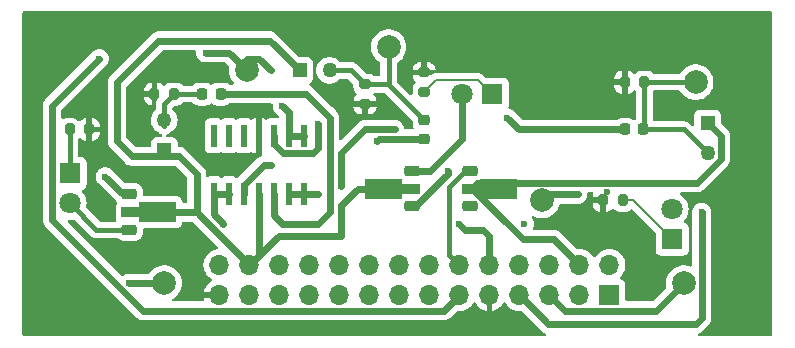
<source format=gbr>
%TF.GenerationSoftware,KiCad,Pcbnew,8.0.1*%
%TF.CreationDate,2024-03-24T23:46:15+02:00*%
%TF.ProjectId,_autosave-_autosave-Assignment 2,5f617574-6f73-4617-9665-2d5f6175746f,rev?*%
%TF.SameCoordinates,Original*%
%TF.FileFunction,Copper,L1,Top*%
%TF.FilePolarity,Positive*%
%FSLAX46Y46*%
G04 Gerber Fmt 4.6, Leading zero omitted, Abs format (unit mm)*
G04 Created by KiCad (PCBNEW 8.0.1) date 2024-03-24 23:46:15*
%MOMM*%
%LPD*%
G01*
G04 APERTURE LIST*
G04 Aperture macros list*
%AMRoundRect*
0 Rectangle with rounded corners*
0 $1 Rounding radius*
0 $2 $3 $4 $5 $6 $7 $8 $9 X,Y pos of 4 corners*
0 Add a 4 corners polygon primitive as box body*
4,1,4,$2,$3,$4,$5,$6,$7,$8,$9,$2,$3,0*
0 Add four circle primitives for the rounded corners*
1,1,$1+$1,$2,$3*
1,1,$1+$1,$4,$5*
1,1,$1+$1,$6,$7*
1,1,$1+$1,$8,$9*
0 Add four rect primitives between the rounded corners*
20,1,$1+$1,$2,$3,$4,$5,0*
20,1,$1+$1,$4,$5,$6,$7,0*
20,1,$1+$1,$6,$7,$8,$9,0*
20,1,$1+$1,$8,$9,$2,$3,0*%
%AMFreePoly0*
4,1,9,3.862500,-0.866500,0.737500,-0.866500,0.737500,-0.450000,-0.737500,-0.450000,-0.737500,0.450000,0.737500,0.450000,0.737500,0.866500,3.862500,0.866500,3.862500,-0.866500,3.862500,-0.866500,$1*%
G04 Aperture macros list end*
%TA.AperFunction,SMDPad,CuDef*%
%ADD10C,2.000000*%
%TD*%
%TA.AperFunction,SMDPad,CuDef*%
%ADD11RoundRect,0.225000X-0.225000X-0.250000X0.225000X-0.250000X0.225000X0.250000X-0.225000X0.250000X0*%
%TD*%
%TA.AperFunction,ComponentPad*%
%ADD12R,1.800000X1.800000*%
%TD*%
%TA.AperFunction,ComponentPad*%
%ADD13C,1.800000*%
%TD*%
%TA.AperFunction,SMDPad,CuDef*%
%ADD14RoundRect,0.225000X0.225000X0.250000X-0.225000X0.250000X-0.225000X-0.250000X0.225000X-0.250000X0*%
%TD*%
%TA.AperFunction,SMDPad,CuDef*%
%ADD15RoundRect,0.225000X-0.425000X-0.225000X0.425000X-0.225000X0.425000X0.225000X-0.425000X0.225000X0*%
%TD*%
%TA.AperFunction,SMDPad,CuDef*%
%ADD16FreePoly0,0.000000*%
%TD*%
%TA.AperFunction,SMDPad,CuDef*%
%ADD17RoundRect,0.200000X0.275000X-0.200000X0.275000X0.200000X-0.275000X0.200000X-0.275000X-0.200000X0*%
%TD*%
%TA.AperFunction,SMDPad,CuDef*%
%ADD18RoundRect,0.200000X0.200000X0.275000X-0.200000X0.275000X-0.200000X-0.275000X0.200000X-0.275000X0*%
%TD*%
%TA.AperFunction,ComponentPad*%
%ADD19C,1.258000*%
%TD*%
%TA.AperFunction,ComponentPad*%
%ADD20R,1.258000X1.258000*%
%TD*%
%TA.AperFunction,SMDPad,CuDef*%
%ADD21RoundRect,0.200000X-0.275000X0.200000X-0.275000X-0.200000X0.275000X-0.200000X0.275000X0.200000X0*%
%TD*%
%TA.AperFunction,SMDPad,CuDef*%
%ADD22RoundRect,0.225000X-0.250000X0.225000X-0.250000X-0.225000X0.250000X-0.225000X0.250000X0.225000X0*%
%TD*%
%TA.AperFunction,SMDPad,CuDef*%
%ADD23RoundRect,0.225000X0.425000X0.225000X-0.425000X0.225000X-0.425000X-0.225000X0.425000X-0.225000X0*%
%TD*%
%TA.AperFunction,SMDPad,CuDef*%
%ADD24FreePoly0,180.000000*%
%TD*%
%TA.AperFunction,SMDPad,CuDef*%
%ADD25R,0.508000X1.981200*%
%TD*%
%TA.AperFunction,SMDPad,CuDef*%
%ADD26RoundRect,0.200000X-0.200000X-0.275000X0.200000X-0.275000X0.200000X0.275000X-0.200000X0.275000X0*%
%TD*%
%TA.AperFunction,ComponentPad*%
%ADD27R,1.700000X1.700000*%
%TD*%
%TA.AperFunction,ComponentPad*%
%ADD28O,1.700000X1.700000*%
%TD*%
%TA.AperFunction,ViaPad*%
%ADD29C,0.600000*%
%TD*%
%TA.AperFunction,Conductor*%
%ADD30C,0.600000*%
%TD*%
%TA.AperFunction,Conductor*%
%ADD31C,0.400000*%
%TD*%
%TA.AperFunction,Conductor*%
%ADD32C,0.200000*%
%TD*%
G04 APERTURE END LIST*
D10*
%TO.P,Sense2,1,1*%
%TO.N,Net-(C2-Pad1)*%
X123000000Y-126000000D03*
%TD*%
%TO.P,Analogue1,1,1*%
%TO.N,Net-(J1-Pin_5)*%
X167000000Y-126000000D03*
%TD*%
D11*
%TO.P,C2,1*%
%TO.N,Net-(C2-Pad1)*%
X126225000Y-110000000D03*
%TO.P,C2,2*%
%TO.N,Net-(U1-POS_2)*%
X127775000Y-110000000D03*
%TD*%
D10*
%TO.P,Sense1,1,1*%
%TO.N,Net-(C1-Pad1)*%
X142000000Y-106000000D03*
%TD*%
D12*
%TO.P,D1,1,K*%
%TO.N,Net-(D1-K)*%
X115025000Y-116725000D03*
D13*
%TO.P,D1,2,A*%
%TO.N,Net-(D1-A)*%
X115025000Y-119265000D03*
%TD*%
D10*
%TO.P,Sense3,1,1*%
%TO.N,Net-(C3-Pad1)*%
X168000000Y-109000000D03*
%TD*%
D14*
%TO.P,C3,1*%
%TO.N,Net-(C3-Pad1)*%
X163550000Y-113000000D03*
%TO.P,C3,2*%
%TO.N,Net-(U1-POS_3)*%
X162000000Y-113000000D03*
%TD*%
D12*
%TO.P,D6,1,K*%
%TO.N,Net-(D6-K)*%
X166000000Y-122275000D03*
D13*
%TO.P,D6,2,A*%
%TO.N,Net-(D6-A)*%
X166000000Y-119735000D03*
%TD*%
D15*
%TO.P,Q1,1,B*%
%TO.N,Net-(J1-Pin_8)*%
X120050000Y-118500000D03*
D16*
%TO.P,Q1,2,C*%
%TO.N,VCC*%
X120137500Y-120000000D03*
D15*
%TO.P,Q1,3,E*%
%TO.N,Net-(D1-A)*%
X120050000Y-121500000D03*
%TD*%
%TO.P,Q3,1,B*%
%TO.N,Net-(J1-Pin_12)*%
X148912500Y-116500000D03*
D16*
%TO.P,Q3,2,C*%
%TO.N,VCC*%
X149000000Y-118000000D03*
D15*
%TO.P,Q3,3,E*%
%TO.N,Net-(D6-A)*%
X148912500Y-119500000D03*
%TD*%
D17*
%TO.P,R2,1*%
%TO.N,Net-(D5-K)*%
X145000000Y-109825000D03*
%TO.P,R2,2*%
%TO.N,GND*%
X145000000Y-108175000D03*
%TD*%
D18*
%TO.P,R6,1*%
%TO.N,Net-(C2-Pad1)*%
X123825000Y-110000000D03*
%TO.P,R6,2*%
%TO.N,GND*%
X122175000Y-110000000D03*
%TD*%
D19*
%TO.P,D2,A*%
%TO.N,Net-(C2-Pad1)*%
X123000000Y-112230000D03*
D20*
%TO.P,D2,K*%
%TO.N,VCC*%
X123000000Y-114770000D03*
%TD*%
D19*
%TO.P,D4,A*%
%TO.N,Net-(C1-Pad1)*%
X137000000Y-108000000D03*
D20*
%TO.P,D4,K*%
%TO.N,VCC*%
X134460000Y-108000000D03*
%TD*%
D12*
%TO.P,D5,1,K*%
%TO.N,Net-(D5-K)*%
X150775000Y-110025000D03*
D13*
%TO.P,D5,2,A*%
%TO.N,Net-(D5-A)*%
X148235000Y-110025000D03*
%TD*%
D21*
%TO.P,R5,1*%
%TO.N,Net-(C1-Pad1)*%
X140000000Y-109175000D03*
%TO.P,R5,2*%
%TO.N,GND*%
X140000000Y-110825000D03*
%TD*%
D18*
%TO.P,R7,1*%
%TO.N,Net-(C3-Pad1)*%
X163650000Y-109000000D03*
%TO.P,R7,2*%
%TO.N,GND*%
X162000000Y-109000000D03*
%TD*%
D10*
%TO.P,Analogue2,1,1*%
%TO.N,Net-(J1-Pin_7)*%
X155000000Y-119000000D03*
%TD*%
D22*
%TO.P,C1,1*%
%TO.N,Net-(C1-Pad1)*%
X145000000Y-112225000D03*
%TO.P,C1,2*%
%TO.N,Net-(U1-POS_1)*%
X145000000Y-113775000D03*
%TD*%
D19*
%TO.P,D3,A*%
%TO.N,Net-(C3-Pad1)*%
X169000000Y-115000000D03*
D20*
%TO.P,D3,K*%
%TO.N,VCC*%
X169000000Y-112460000D03*
%TD*%
D10*
%TO.P,Analogue3,1,1*%
%TO.N,Net-(J1-Pin_11)*%
X130000000Y-108000000D03*
%TD*%
D23*
%TO.P,Q2,1,B*%
%TO.N,Net-(J1-Pin_10)*%
X143950000Y-119500000D03*
D24*
%TO.P,Q2,2,C*%
%TO.N,VCC*%
X143862500Y-118000000D03*
D23*
%TO.P,Q2,3,E*%
%TO.N,Net-(D5-A)*%
X143950000Y-116500000D03*
%TD*%
D18*
%TO.P,R3,1*%
%TO.N,Net-(D6-K)*%
X161825000Y-119000000D03*
%TO.P,R3,2*%
%TO.N,GND*%
X160175000Y-119000000D03*
%TD*%
D25*
%TO.P,U1,1,OUT1*%
%TO.N,Net-(J1-Pin_5)*%
X127190000Y-118463800D03*
%TO.P,U1,2,NEG_1*%
X128460000Y-118463800D03*
%TO.P,U1,3,POS_1*%
%TO.N,Net-(U1-POS_1)*%
X129730000Y-118463800D03*
%TO.P,U1,4,VCC+*%
%TO.N,VCC*%
X131000000Y-118463800D03*
%TO.P,U1,5,POS_2*%
%TO.N,Net-(U1-POS_2)*%
X132270000Y-118463800D03*
%TO.P,U1,6,NEG_2*%
%TO.N,Net-(J1-Pin_7)*%
X133540000Y-118463800D03*
%TO.P,U1,7,OUT2*%
X134810000Y-118463800D03*
%TO.P,U1,8,OUT3*%
%TO.N,Net-(J1-Pin_11)*%
X134810000Y-113536200D03*
%TO.P,U1,9,NEG3*%
X133540000Y-113536200D03*
%TO.P,U1,10,POS_3*%
%TO.N,Net-(U1-POS_3)*%
X132270000Y-113536200D03*
%TO.P,U1,11,VCC-*%
%TO.N,GND*%
X131000000Y-113536200D03*
%TO.P,U1,12,POS_4*%
%TO.N,unconnected-(U1-POS_4-Pad12)*%
X129730000Y-113536200D03*
%TO.P,U1,13,NEG_4*%
%TO.N,unconnected-(U1-NEG_4-Pad13)*%
X128460000Y-113536200D03*
%TO.P,U1,14,OUT4*%
%TO.N,unconnected-(U1-OUT4-Pad14)*%
X127190000Y-113536200D03*
%TD*%
D26*
%TO.P,R1,1*%
%TO.N,Net-(D1-K)*%
X115000000Y-113000000D03*
%TO.P,R1,2*%
%TO.N,GND*%
X116650000Y-113000000D03*
%TD*%
D27*
%TO.P,J1,1,Pin_1*%
%TO.N,unconnected-(J1-Pin_1-Pad1)*%
X160700000Y-127000000D03*
D28*
%TO.P,J1,2,Pin_2*%
%TO.N,unconnected-(J1-Pin_2-Pad2)*%
X160700000Y-124460000D03*
%TO.P,J1,3,Pin_3*%
%TO.N,GND*%
X158160000Y-127000000D03*
%TO.P,J1,4,Pin_4*%
%TO.N,VCC*%
X158160000Y-124460000D03*
%TO.P,J1,5,Pin_5*%
%TO.N,Net-(J1-Pin_5)*%
X155620000Y-127000000D03*
%TO.P,J1,6,Pin_6*%
%TO.N,unconnected-(J1-Pin_6-Pad6)*%
X155620000Y-124460000D03*
%TO.P,J1,7,Pin_7*%
%TO.N,Net-(J1-Pin_7)*%
X153080000Y-127000000D03*
%TO.P,J1,8,Pin_8*%
%TO.N,Net-(J1-Pin_8)*%
X153080000Y-124460000D03*
%TO.P,J1,9,Pin_9*%
%TO.N,GND*%
X150540000Y-127000000D03*
%TO.P,J1,10,Pin_10*%
%TO.N,Net-(J1-Pin_10)*%
X150540000Y-124460000D03*
%TO.P,J1,11,Pin_11*%
%TO.N,Net-(J1-Pin_11)*%
X148000000Y-127000000D03*
%TO.P,J1,12,Pin_12*%
%TO.N,Net-(J1-Pin_12)*%
X148000000Y-124460000D03*
%TO.P,J1,13,Pin_13*%
%TO.N,unconnected-(J1-Pin_13-Pad13)*%
X145460000Y-127000000D03*
%TO.P,J1,14,Pin_14*%
%TO.N,unconnected-(J1-Pin_14-Pad14)*%
X145460000Y-124460000D03*
%TO.P,J1,15,Pin_15*%
%TO.N,GND*%
X142920000Y-127000000D03*
%TO.P,J1,16,Pin_16*%
%TO.N,unconnected-(J1-Pin_16-Pad16)*%
X142920000Y-124460000D03*
%TO.P,J1,17,Pin_17*%
%TO.N,unconnected-(J1-Pin_17-Pad17)*%
X140380000Y-127000000D03*
%TO.P,J1,18,Pin_18*%
%TO.N,unconnected-(J1-Pin_18-Pad18)*%
X140380000Y-124460000D03*
%TO.P,J1,19,Pin_19*%
%TO.N,unconnected-(J1-Pin_19-Pad19)*%
X137840000Y-127000000D03*
%TO.P,J1,20,Pin_20*%
%TO.N,unconnected-(J1-Pin_20-Pad20)*%
X137840000Y-124460000D03*
%TO.P,J1,21,Pin_21*%
%TO.N,GND*%
X135300000Y-127000000D03*
%TO.P,J1,22,Pin_22*%
%TO.N,unconnected-(J1-Pin_22-Pad22)*%
X135300000Y-124460000D03*
%TO.P,J1,23,Pin_23*%
%TO.N,unconnected-(J1-Pin_23-Pad23)*%
X132760000Y-127000000D03*
%TO.P,J1,24,Pin_24*%
%TO.N,unconnected-(J1-Pin_24-Pad24)*%
X132760000Y-124460000D03*
%TO.P,J1,25,Pin_25*%
%TO.N,unconnected-(J1-Pin_25-Pad25)*%
X130220000Y-127000000D03*
%TO.P,J1,26,Pin_26*%
%TO.N,VCC*%
X130220000Y-124460000D03*
%TO.P,J1,27,Pin_27*%
%TO.N,GND*%
X127680000Y-127000000D03*
%TO.P,J1,28,Pin_28*%
%TO.N,unconnected-(J1-Pin_28-Pad28)*%
X127680000Y-124460000D03*
%TD*%
D29*
%TO.N,Net-(J1-Pin_5)*%
X128000000Y-121000000D03*
%TO.N,Net-(J1-Pin_7)*%
X138000000Y-117800000D03*
X136000000Y-118500000D03*
X168500000Y-120000000D03*
X158000000Y-118500000D03*
X142500000Y-112975000D03*
%TO.N,Net-(J1-Pin_11)*%
X126500000Y-106500000D03*
X117500000Y-107000000D03*
X133000000Y-111000000D03*
X132000000Y-108000000D03*
%TO.N,Net-(U1-POS_1)*%
X141000000Y-114000000D03*
X132000000Y-116000000D03*
%TO.N,Net-(C2-Pad1)*%
X120000000Y-126000000D03*
%TO.N,Net-(U1-POS_3)*%
X136000000Y-112500000D03*
X152000000Y-112000000D03*
%TO.N,Net-(D6-A)*%
X153500000Y-121000000D03*
X148912500Y-119500000D03*
%TO.N,GND*%
X160500000Y-118300000D03*
X158000000Y-107500000D03*
%TO.N,Net-(J1-Pin_8)*%
X118000000Y-117000000D03*
%TO.N,Net-(J1-Pin_10)*%
X147000000Y-116500000D03*
X148000000Y-121000000D03*
%TD*%
D30*
%TO.N,Net-(J1-Pin_5)*%
X127190000Y-118463800D02*
X127190000Y-120190000D01*
X127190000Y-120190000D02*
X128000000Y-121000000D01*
X164650000Y-128350000D02*
X167000000Y-126000000D01*
X128460000Y-118463800D02*
X127190000Y-118463800D01*
X156970000Y-128350000D02*
X164650000Y-128350000D01*
X155620000Y-127000000D02*
X156970000Y-128350000D01*
%TO.N,Net-(J1-Pin_7)*%
X140893629Y-112975000D02*
X142500000Y-112975000D01*
X140000000Y-113000000D02*
X140868629Y-113000000D01*
X155230000Y-129230000D02*
X155500000Y-129500000D01*
X158000000Y-118500000D02*
X155500000Y-118500000D01*
X153080000Y-127000000D02*
X155230000Y-129150000D01*
X138000000Y-117800000D02*
X138000000Y-115000000D01*
X155230000Y-129150000D02*
X155230000Y-129230000D01*
X168000000Y-129500000D02*
X168500000Y-129000000D01*
X133540000Y-118463800D02*
X134810000Y-118463800D01*
X168500000Y-129000000D02*
X168500000Y-120000000D01*
X135963800Y-118463800D02*
X136000000Y-118500000D01*
X140868629Y-113000000D02*
X140893629Y-112975000D01*
X138000000Y-115000000D02*
X140000000Y-113000000D01*
X155500000Y-129500000D02*
X168000000Y-129500000D01*
X135463800Y-118463800D02*
X135963800Y-118463800D01*
X155500000Y-118500000D02*
X155000000Y-119000000D01*
X134810000Y-118463800D02*
X135463800Y-118463800D01*
%TO.N,Net-(J1-Pin_11)*%
X133540000Y-111540000D02*
X133540000Y-113536200D01*
X133000000Y-111000000D02*
X133540000Y-111540000D01*
X128500000Y-106500000D02*
X130000000Y-108000000D01*
X126500000Y-106500000D02*
X128500000Y-106500000D01*
X130000000Y-107000000D02*
X131000000Y-107000000D01*
X121218629Y-128350000D02*
X113500000Y-120631371D01*
X148000000Y-127000000D02*
X146650000Y-128350000D01*
X133540000Y-113536200D02*
X134810000Y-113536200D01*
X113500000Y-120631371D02*
X113500000Y-111000000D01*
X146650000Y-128350000D02*
X121218629Y-128350000D01*
X131000000Y-107000000D02*
X132000000Y-108000000D01*
X113500000Y-111000000D02*
X117500000Y-107000000D01*
%TO.N,Net-(U1-POS_1)*%
X145000000Y-113775000D02*
X141225000Y-113775000D01*
X129730000Y-117727200D02*
X129730000Y-118463800D01*
X131457200Y-116000000D02*
X129730000Y-117727200D01*
X132000000Y-116000000D02*
X131457200Y-116000000D01*
X141225000Y-113775000D02*
X141000000Y-114000000D01*
D31*
%TO.N,Net-(C1-Pad1)*%
X141950000Y-109175000D02*
X142000000Y-109125000D01*
X137000000Y-108000000D02*
X138825000Y-108000000D01*
X142000000Y-109125000D02*
X142000000Y-106000000D01*
X140000000Y-109175000D02*
X141950000Y-109175000D01*
X138825000Y-108000000D02*
X140000000Y-109175000D01*
X141950000Y-109175000D02*
X145000000Y-112225000D01*
D30*
%TO.N,Net-(U1-POS_2)*%
X137000000Y-112000000D02*
X135000000Y-110000000D01*
X135000000Y-110000000D02*
X127775000Y-110000000D01*
X136000000Y-121000000D02*
X137000000Y-120000000D01*
X132270000Y-118463800D02*
X132270000Y-120270000D01*
X133000000Y-121000000D02*
X136000000Y-121000000D01*
X132270000Y-120270000D02*
X133000000Y-121000000D01*
X137000000Y-120000000D02*
X137000000Y-112000000D01*
%TO.N,Net-(C2-Pad1)*%
X123000000Y-126000000D02*
X120000000Y-126000000D01*
D31*
X123825000Y-110000000D02*
X126225000Y-110000000D01*
X123000000Y-110825000D02*
X123825000Y-110000000D01*
X123000000Y-112730000D02*
X123000000Y-110825000D01*
D30*
%TO.N,Net-(U1-POS_3)*%
X135564000Y-115026800D02*
X133024000Y-115026800D01*
X153000000Y-113000000D02*
X152000000Y-112000000D01*
X162000000Y-113000000D02*
X153000000Y-113000000D01*
X132270000Y-114272800D02*
X132270000Y-113536200D01*
X136000000Y-112500000D02*
X136000000Y-114590800D01*
X133024000Y-115026800D02*
X132270000Y-114272800D01*
X136000000Y-114590800D02*
X135564000Y-115026800D01*
D31*
%TO.N,Net-(C3-Pad1)*%
X163650000Y-109000000D02*
X168000000Y-109000000D01*
X163550000Y-113000000D02*
X167000000Y-113000000D01*
X167000000Y-113000000D02*
X169000000Y-115000000D01*
X163650000Y-112900000D02*
X163550000Y-113000000D01*
X163650000Y-109000000D02*
X163650000Y-112900000D01*
%TO.N,Net-(D1-K)*%
X115025000Y-113025000D02*
X115000000Y-113000000D01*
X115025000Y-116725000D02*
X115025000Y-113025000D01*
%TO.N,Net-(D1-A)*%
X120050000Y-121500000D02*
X117260000Y-121500000D01*
X117260000Y-121500000D02*
X115025000Y-119265000D01*
D30*
%TO.N,VCC*%
X125760000Y-116760000D02*
X125760000Y-120000000D01*
X152047020Y-120952980D02*
X153394040Y-122300000D01*
X123000000Y-115270000D02*
X120270000Y-115270000D01*
X119000000Y-114000000D02*
X119000000Y-109000000D01*
X170129000Y-115467648D02*
X168096648Y-117500000D01*
X169000000Y-112460000D02*
X170129000Y-113589000D01*
X120137500Y-120000000D02*
X125760000Y-120000000D01*
X131000000Y-123680000D02*
X131000000Y-118463800D01*
X130220000Y-124460000D02*
X132680000Y-122000000D01*
X138000000Y-119395000D02*
X139395000Y-118000000D01*
X153394040Y-122300000D02*
X156000000Y-122300000D01*
X122500000Y-105500000D02*
X131960000Y-105500000D01*
X130220000Y-124460000D02*
X131000000Y-123680000D01*
X139395000Y-118000000D02*
X140137500Y-118000000D01*
X149500000Y-117500000D02*
X149000000Y-118000000D01*
X120270000Y-115270000D02*
X119000000Y-114000000D01*
X123000000Y-115270000D02*
X124270000Y-115270000D01*
X156000000Y-122300000D02*
X158160000Y-124460000D01*
X149000000Y-118000000D02*
X149094040Y-118000000D01*
X131960000Y-105500000D02*
X134460000Y-108000000D01*
X119000000Y-109000000D02*
X122500000Y-105500000D01*
X168096648Y-117500000D02*
X149500000Y-117500000D01*
X132680000Y-122000000D02*
X138000000Y-122000000D01*
X125760000Y-120000000D02*
X130220000Y-124460000D01*
X149094040Y-118000000D02*
X152047020Y-120952980D01*
X138000000Y-122000000D02*
X138000000Y-119395000D01*
X124270000Y-115270000D02*
X125760000Y-116760000D01*
X170129000Y-113589000D02*
X170129000Y-115467648D01*
D32*
%TO.N,Net-(D5-K)*%
X145000000Y-109825000D02*
X146000000Y-108825000D01*
X149575000Y-108825000D02*
X150775000Y-110025000D01*
X146000000Y-108825000D02*
X149575000Y-108825000D01*
D30*
%TO.N,Net-(D5-A)*%
X145500000Y-116500000D02*
X143950000Y-116500000D01*
X148235000Y-113765000D02*
X145500000Y-116500000D01*
D31*
X148285000Y-109825000D02*
X148460000Y-110000000D01*
D30*
X148235000Y-110025000D02*
X148235000Y-113765000D01*
D32*
%TO.N,Net-(D6-K)*%
X161825000Y-119000000D02*
X162725000Y-119000000D01*
X162725000Y-119000000D02*
X166000000Y-122275000D01*
%TO.N,GND*%
X160175000Y-119000000D02*
X160175000Y-118625000D01*
X159500000Y-109000000D02*
X162000000Y-109000000D01*
X160175000Y-118625000D02*
X160500000Y-118300000D01*
X158000000Y-107500000D02*
X159500000Y-109000000D01*
D30*
%TO.N,Net-(J1-Pin_8)*%
X120050000Y-118500000D02*
X119500000Y-118500000D01*
X119500000Y-118500000D02*
X118000000Y-117000000D01*
D31*
%TO.N,Net-(J1-Pin_12)*%
X148000000Y-124460000D02*
X147150000Y-123610000D01*
X148500000Y-116500000D02*
X148912500Y-116500000D01*
X147150000Y-123610000D02*
X147150000Y-117850000D01*
X147150000Y-117850000D02*
X148500000Y-116500000D01*
D30*
%TO.N,Net-(J1-Pin_10)*%
X150540000Y-122040000D02*
X150540000Y-124460000D01*
X143950000Y-119500000D02*
X144264180Y-119500000D01*
X148000000Y-121000000D02*
X148500000Y-121500000D01*
X148500000Y-121500000D02*
X150000000Y-121500000D01*
X147000000Y-116764180D02*
X147000000Y-116500000D01*
X150000000Y-121500000D02*
X150540000Y-122040000D01*
X144264180Y-119500000D02*
X147000000Y-116764180D01*
%TD*%
%TA.AperFunction,Conductor*%
%TO.N,GND*%
G36*
X174442539Y-103020185D02*
G01*
X174488294Y-103072989D01*
X174499500Y-103124500D01*
X174499500Y-130375500D01*
X174479815Y-130442539D01*
X174427011Y-130488294D01*
X174375500Y-130499500D01*
X168302190Y-130499500D01*
X168235151Y-130479815D01*
X168189396Y-130427011D01*
X168179452Y-130357853D01*
X168208477Y-130294297D01*
X168254738Y-130260939D01*
X168379172Y-130209397D01*
X168379172Y-130209396D01*
X168379179Y-130209394D01*
X168510289Y-130121789D01*
X169121789Y-129510289D01*
X169209394Y-129379179D01*
X169269738Y-129233497D01*
X169300500Y-129078842D01*
X169300500Y-128921157D01*
X169300500Y-120051914D01*
X169301280Y-120038029D01*
X169301769Y-120033694D01*
X169305565Y-120000000D01*
X169304922Y-119994297D01*
X169301280Y-119961969D01*
X169300500Y-119948085D01*
X169300500Y-119921157D01*
X169292711Y-119882003D01*
X169291110Y-119871714D01*
X169285368Y-119820745D01*
X169277023Y-119796898D01*
X169272449Y-119780139D01*
X169269737Y-119766503D01*
X169269734Y-119766496D01*
X169261253Y-119746021D01*
X169249484Y-119717607D01*
X169247028Y-119711175D01*
X169225789Y-119650478D01*
X169219289Y-119640134D01*
X169209719Y-119621606D01*
X169209394Y-119620821D01*
X169172790Y-119566040D01*
X169170905Y-119563131D01*
X169162654Y-119549999D01*
X169129816Y-119497738D01*
X169002262Y-119370184D01*
X169002260Y-119370182D01*
X169002257Y-119370180D01*
X168936900Y-119329114D01*
X168933982Y-119327223D01*
X168879179Y-119290605D01*
X168879173Y-119290603D01*
X168878365Y-119290268D01*
X168859865Y-119280709D01*
X168849524Y-119274212D01*
X168849523Y-119274211D01*
X168849522Y-119274211D01*
X168788867Y-119252986D01*
X168782377Y-119250509D01*
X168777594Y-119248528D01*
X168772330Y-119246347D01*
X168733496Y-119230262D01*
X168719860Y-119227550D01*
X168703104Y-119222976D01*
X168679260Y-119214633D01*
X168679256Y-119214632D01*
X168679255Y-119214632D01*
X168658575Y-119212301D01*
X168628303Y-119208890D01*
X168618003Y-119207288D01*
X168578844Y-119199500D01*
X168578842Y-119199500D01*
X168551915Y-119199500D01*
X168538031Y-119198720D01*
X168500002Y-119194435D01*
X168499998Y-119194435D01*
X168461969Y-119198720D01*
X168448085Y-119199500D01*
X168421152Y-119199500D01*
X168381994Y-119207288D01*
X168371696Y-119208890D01*
X168320742Y-119214632D01*
X168320735Y-119214634D01*
X168296898Y-119222975D01*
X168280140Y-119227550D01*
X168266502Y-119230263D01*
X168266496Y-119230264D01*
X168217631Y-119250504D01*
X168211140Y-119252982D01*
X168150477Y-119274210D01*
X168150474Y-119274212D01*
X168140127Y-119280713D01*
X168121639Y-119290266D01*
X168120832Y-119290600D01*
X168120824Y-119290604D01*
X168120821Y-119290605D01*
X168120821Y-119290606D01*
X168067372Y-119326319D01*
X168066047Y-119327204D01*
X168063132Y-119329092D01*
X167997742Y-119370180D01*
X167997735Y-119370186D01*
X167870186Y-119497735D01*
X167870180Y-119497742D01*
X167829092Y-119563132D01*
X167827209Y-119566038D01*
X167793960Y-119615801D01*
X167790604Y-119620824D01*
X167790600Y-119620832D01*
X167790266Y-119621639D01*
X167780713Y-119640127D01*
X167774212Y-119650474D01*
X167774210Y-119650477D01*
X167752982Y-119711140D01*
X167750504Y-119717631D01*
X167730264Y-119766496D01*
X167730263Y-119766502D01*
X167727550Y-119780140D01*
X167722975Y-119796898D01*
X167714634Y-119820735D01*
X167714632Y-119820742D01*
X167708890Y-119871696D01*
X167707288Y-119881994D01*
X167699500Y-119921152D01*
X167699500Y-119948085D01*
X167698720Y-119961969D01*
X167695078Y-119994297D01*
X167694435Y-120000000D01*
X167698231Y-120033694D01*
X167698720Y-120038029D01*
X167699500Y-120051914D01*
X167699500Y-124480006D01*
X167679815Y-124547045D01*
X167627011Y-124592800D01*
X167557853Y-124602744D01*
X167535237Y-124597287D01*
X167369616Y-124540429D01*
X167124335Y-124499500D01*
X166875665Y-124499500D01*
X166630383Y-124540429D01*
X166395197Y-124621169D01*
X166395188Y-124621172D01*
X166176493Y-124739524D01*
X165980257Y-124892261D01*
X165811833Y-125075217D01*
X165675826Y-125283393D01*
X165575936Y-125511118D01*
X165514892Y-125752175D01*
X165514890Y-125752187D01*
X165494357Y-125999994D01*
X165494357Y-126000005D01*
X165514890Y-126247812D01*
X165514893Y-126247826D01*
X165518855Y-126263474D01*
X165516227Y-126333294D01*
X165486329Y-126381591D01*
X164354741Y-127513181D01*
X164293418Y-127546666D01*
X164267060Y-127549500D01*
X162174500Y-127549500D01*
X162107461Y-127529815D01*
X162061706Y-127477011D01*
X162050500Y-127425500D01*
X162050499Y-126102129D01*
X162050498Y-126102123D01*
X162044091Y-126042516D01*
X161993797Y-125907671D01*
X161993793Y-125907664D01*
X161907547Y-125792455D01*
X161907544Y-125792452D01*
X161792335Y-125706206D01*
X161792328Y-125706202D01*
X161660917Y-125657189D01*
X161604983Y-125615318D01*
X161580566Y-125549853D01*
X161595418Y-125481580D01*
X161616563Y-125453332D01*
X161738495Y-125331401D01*
X161874035Y-125137830D01*
X161973903Y-124923663D01*
X162035063Y-124695408D01*
X162055659Y-124460000D01*
X162035063Y-124224592D01*
X161973903Y-123996337D01*
X161874035Y-123782171D01*
X161868425Y-123774158D01*
X161738494Y-123588597D01*
X161571402Y-123421506D01*
X161571395Y-123421501D01*
X161565445Y-123417335D01*
X161500499Y-123371859D01*
X161377834Y-123285967D01*
X161377830Y-123285965D01*
X161370361Y-123282482D01*
X161163663Y-123186097D01*
X161163659Y-123186096D01*
X161163655Y-123186094D01*
X160935413Y-123124938D01*
X160935403Y-123124936D01*
X160700001Y-123104341D01*
X160699999Y-123104341D01*
X160464596Y-123124936D01*
X160464586Y-123124938D01*
X160236344Y-123186094D01*
X160236335Y-123186098D01*
X160022171Y-123285964D01*
X160022169Y-123285965D01*
X159828597Y-123421505D01*
X159661505Y-123588597D01*
X159531575Y-123774158D01*
X159476998Y-123817783D01*
X159407500Y-123824977D01*
X159345145Y-123793454D01*
X159328425Y-123774158D01*
X159198494Y-123588597D01*
X159031402Y-123421506D01*
X159031395Y-123421501D01*
X159025445Y-123417335D01*
X158960499Y-123371859D01*
X158837834Y-123285967D01*
X158837830Y-123285965D01*
X158830361Y-123282482D01*
X158623663Y-123186097D01*
X158623659Y-123186096D01*
X158623655Y-123186094D01*
X158395413Y-123124938D01*
X158395403Y-123124936D01*
X158160001Y-123104341D01*
X158159998Y-123104341D01*
X158012006Y-123117288D01*
X157943506Y-123103521D01*
X157913518Y-123081441D01*
X156510292Y-121678213D01*
X156510288Y-121678210D01*
X156379185Y-121590609D01*
X156379172Y-121590602D01*
X156233501Y-121530264D01*
X156233489Y-121530261D01*
X156078845Y-121499500D01*
X156078842Y-121499500D01*
X154348072Y-121499500D01*
X154281033Y-121479815D01*
X154235278Y-121427011D01*
X154225334Y-121357853D01*
X154231030Y-121334546D01*
X154285367Y-121179257D01*
X154285368Y-121179255D01*
X154290617Y-121132669D01*
X154305565Y-121000003D01*
X154305565Y-120999996D01*
X154285369Y-120820750D01*
X154285368Y-120820745D01*
X154274822Y-120790606D01*
X154225789Y-120650478D01*
X154131016Y-120499648D01*
X154112017Y-120432414D01*
X154132385Y-120365578D01*
X154185652Y-120320364D01*
X154254909Y-120311126D01*
X154295026Y-120324622D01*
X154395190Y-120378828D01*
X154630386Y-120459571D01*
X154875665Y-120500500D01*
X155124335Y-120500500D01*
X155369614Y-120459571D01*
X155604810Y-120378828D01*
X155823509Y-120260474D01*
X156019744Y-120107738D01*
X156188164Y-119924785D01*
X156324173Y-119716607D01*
X156424063Y-119488881D01*
X156448075Y-119394059D01*
X156483615Y-119333904D01*
X156546035Y-119302512D01*
X156568281Y-119300500D01*
X157948085Y-119300500D01*
X157961969Y-119301280D01*
X157999998Y-119305565D01*
X158000000Y-119305565D01*
X158000002Y-119305565D01*
X158038031Y-119301280D01*
X158051915Y-119300500D01*
X158078841Y-119300500D01*
X158078842Y-119300500D01*
X158118017Y-119292707D01*
X158128283Y-119291110D01*
X158179255Y-119285368D01*
X158203100Y-119277023D01*
X158219862Y-119272448D01*
X158233497Y-119269737D01*
X158281143Y-119250000D01*
X159275001Y-119250000D01*
X159275001Y-119331582D01*
X159281408Y-119402102D01*
X159281409Y-119402107D01*
X159331981Y-119564396D01*
X159419927Y-119709877D01*
X159540122Y-119830072D01*
X159685604Y-119918019D01*
X159685603Y-119918019D01*
X159847894Y-119968590D01*
X159847893Y-119968590D01*
X159918408Y-119974998D01*
X159918426Y-119974999D01*
X159924999Y-119974998D01*
X159925000Y-119974998D01*
X159925000Y-119250000D01*
X159275001Y-119250000D01*
X158281143Y-119250000D01*
X158282389Y-119249484D01*
X158288837Y-119247023D01*
X158349522Y-119225789D01*
X158359868Y-119219287D01*
X158378390Y-119209720D01*
X158379179Y-119209394D01*
X158433987Y-119172771D01*
X158436825Y-119170931D01*
X158502262Y-119129816D01*
X158629816Y-119002262D01*
X158670931Y-118936825D01*
X158672777Y-118933979D01*
X158709389Y-118879186D01*
X158709394Y-118879179D01*
X158709720Y-118878390D01*
X158719287Y-118859868D01*
X158725789Y-118849522D01*
X158747023Y-118788837D01*
X158749484Y-118782389D01*
X158769737Y-118733497D01*
X158772448Y-118719862D01*
X158777023Y-118703100D01*
X158785368Y-118679255D01*
X158791110Y-118628283D01*
X158792707Y-118618017D01*
X158800500Y-118578842D01*
X158800500Y-118551914D01*
X158801280Y-118538029D01*
X158805565Y-118500001D01*
X158805565Y-118499998D01*
X158801280Y-118461969D01*
X158800500Y-118448085D01*
X158800500Y-118424500D01*
X158820185Y-118357461D01*
X158872989Y-118311706D01*
X158924500Y-118300500D01*
X159205560Y-118300500D01*
X159272599Y-118320185D01*
X159318354Y-118372989D01*
X159328298Y-118442147D01*
X159323946Y-118461390D01*
X159281408Y-118597898D01*
X159275000Y-118668427D01*
X159275000Y-118750000D01*
X160301000Y-118750000D01*
X160368039Y-118769685D01*
X160413794Y-118822489D01*
X160425000Y-118874000D01*
X160425000Y-119974999D01*
X160431581Y-119974999D01*
X160502102Y-119968591D01*
X160502107Y-119968590D01*
X160664396Y-119918018D01*
X160809877Y-119830072D01*
X160809878Y-119830071D01*
X160911963Y-119727985D01*
X160973286Y-119694499D01*
X161042977Y-119699483D01*
X161087326Y-119727984D01*
X161189811Y-119830469D01*
X161189813Y-119830470D01*
X161189815Y-119830472D01*
X161335394Y-119918478D01*
X161497804Y-119969086D01*
X161568384Y-119975500D01*
X161568387Y-119975500D01*
X162081613Y-119975500D01*
X162081616Y-119975500D01*
X162152196Y-119969086D01*
X162314606Y-119918478D01*
X162460185Y-119830472D01*
X162495529Y-119795128D01*
X162556851Y-119761642D01*
X162626543Y-119766626D01*
X162670892Y-119795127D01*
X164563181Y-121687416D01*
X164596666Y-121748739D01*
X164599500Y-121775097D01*
X164599500Y-123222870D01*
X164599501Y-123222876D01*
X164605908Y-123282483D01*
X164656202Y-123417328D01*
X164656206Y-123417335D01*
X164742452Y-123532544D01*
X164742455Y-123532547D01*
X164857664Y-123618793D01*
X164857671Y-123618797D01*
X164992517Y-123669091D01*
X164992516Y-123669091D01*
X164999444Y-123669835D01*
X165052127Y-123675500D01*
X166947872Y-123675499D01*
X167007483Y-123669091D01*
X167142331Y-123618796D01*
X167257546Y-123532546D01*
X167343796Y-123417331D01*
X167394091Y-123282483D01*
X167400500Y-123222873D01*
X167400499Y-121327128D01*
X167394091Y-121267517D01*
X167381402Y-121233497D01*
X167343797Y-121132671D01*
X167343793Y-121132664D01*
X167257547Y-121017455D01*
X167257544Y-121017452D01*
X167142335Y-120931206D01*
X167142328Y-120931202D01*
X167062094Y-120901277D01*
X167006160Y-120859406D01*
X166981743Y-120793941D01*
X166996595Y-120725668D01*
X167014190Y-120701121D01*
X167108979Y-120598153D01*
X167235924Y-120403849D01*
X167329157Y-120191300D01*
X167386134Y-119966305D01*
X167386322Y-119964038D01*
X167405300Y-119735006D01*
X167405300Y-119734993D01*
X167386135Y-119503702D01*
X167386133Y-119503691D01*
X167329157Y-119278699D01*
X167235924Y-119066151D01*
X167108983Y-118871852D01*
X167108980Y-118871849D01*
X167108979Y-118871847D01*
X166951784Y-118701087D01*
X166951779Y-118701083D01*
X166951777Y-118701081D01*
X166768634Y-118558535D01*
X166768628Y-118558531D01*
X166743538Y-118544953D01*
X166722475Y-118533554D01*
X166672886Y-118484335D01*
X166657778Y-118416118D01*
X166681949Y-118350563D01*
X166737724Y-118308482D01*
X166781494Y-118300500D01*
X168175492Y-118300500D01*
X168175493Y-118300499D01*
X168330145Y-118269737D01*
X168475827Y-118209394D01*
X168606937Y-118121789D01*
X170750789Y-115977937D01*
X170838394Y-115846827D01*
X170898738Y-115701145D01*
X170929500Y-115546490D01*
X170929500Y-115388805D01*
X170929500Y-113510158D01*
X170929500Y-113510155D01*
X170929499Y-113510153D01*
X170927251Y-113498853D01*
X170898737Y-113355503D01*
X170863889Y-113271371D01*
X170838397Y-113209827D01*
X170838390Y-113209814D01*
X170750790Y-113078712D01*
X170698436Y-113026358D01*
X170639289Y-112967211D01*
X170165818Y-112493740D01*
X170132333Y-112432417D01*
X170129499Y-112406059D01*
X170129499Y-111783129D01*
X170129498Y-111783123D01*
X170129497Y-111783116D01*
X170124299Y-111734757D01*
X170123091Y-111723516D01*
X170072797Y-111588671D01*
X170072793Y-111588664D01*
X169986547Y-111473455D01*
X169986544Y-111473452D01*
X169871335Y-111387206D01*
X169871328Y-111387202D01*
X169736482Y-111336908D01*
X169736483Y-111336908D01*
X169676883Y-111330501D01*
X169676881Y-111330500D01*
X169676873Y-111330500D01*
X169676864Y-111330500D01*
X168323129Y-111330500D01*
X168323123Y-111330501D01*
X168263516Y-111336908D01*
X168128671Y-111387202D01*
X168128664Y-111387206D01*
X168013455Y-111473452D01*
X168013452Y-111473455D01*
X167927206Y-111588664D01*
X167927202Y-111588671D01*
X167876908Y-111723517D01*
X167871112Y-111777431D01*
X167870501Y-111783123D01*
X167870500Y-111783135D01*
X167870500Y-112580480D01*
X167850815Y-112647519D01*
X167798011Y-112693274D01*
X167728853Y-112703218D01*
X167665297Y-112674193D01*
X167658819Y-112668161D01*
X167446545Y-112455887D01*
X167331807Y-112379222D01*
X167204332Y-112326421D01*
X167204322Y-112326418D01*
X167068996Y-112299500D01*
X167068994Y-112299500D01*
X167068993Y-112299500D01*
X164474500Y-112299500D01*
X164407461Y-112279815D01*
X164361706Y-112227011D01*
X164350500Y-112175500D01*
X164350500Y-109824500D01*
X164370185Y-109757461D01*
X164422989Y-109711706D01*
X164474500Y-109700500D01*
X166598198Y-109700500D01*
X166665237Y-109720185D01*
X166702007Y-109756679D01*
X166811833Y-109924782D01*
X166811836Y-109924785D01*
X166980256Y-110107738D01*
X167176491Y-110260474D01*
X167395190Y-110378828D01*
X167630386Y-110459571D01*
X167875665Y-110500500D01*
X168124335Y-110500500D01*
X168369614Y-110459571D01*
X168604810Y-110378828D01*
X168823509Y-110260474D01*
X169019744Y-110107738D01*
X169188164Y-109924785D01*
X169324173Y-109716607D01*
X169424063Y-109488881D01*
X169485108Y-109247821D01*
X169487431Y-109219792D01*
X169505643Y-109000005D01*
X169505643Y-108999994D01*
X169485109Y-108752187D01*
X169485107Y-108752175D01*
X169424063Y-108511118D01*
X169324173Y-108283393D01*
X169188166Y-108075217D01*
X169141937Y-108024999D01*
X169019744Y-107892262D01*
X168823509Y-107739526D01*
X168823507Y-107739525D01*
X168823506Y-107739524D01*
X168604811Y-107621172D01*
X168604802Y-107621169D01*
X168369616Y-107540429D01*
X168124335Y-107499500D01*
X167875665Y-107499500D01*
X167630383Y-107540429D01*
X167395197Y-107621169D01*
X167395188Y-107621172D01*
X167176493Y-107739524D01*
X166980257Y-107892261D01*
X166811833Y-108075217D01*
X166702007Y-108243321D01*
X166648861Y-108288678D01*
X166598198Y-108299500D01*
X164466520Y-108299500D01*
X164399481Y-108279815D01*
X164378839Y-108263181D01*
X164285188Y-108169530D01*
X164139606Y-108081522D01*
X164051090Y-108053940D01*
X163977196Y-108030914D01*
X163977194Y-108030913D01*
X163977192Y-108030913D01*
X163927778Y-108026423D01*
X163906616Y-108024500D01*
X163393384Y-108024500D01*
X163374145Y-108026248D01*
X163322807Y-108030913D01*
X163160393Y-108081522D01*
X163014811Y-108169530D01*
X163014810Y-108169531D01*
X162912327Y-108272015D01*
X162851004Y-108305500D01*
X162781312Y-108300516D01*
X162736965Y-108272015D01*
X162634877Y-108169927D01*
X162489395Y-108081980D01*
X162489396Y-108081980D01*
X162327105Y-108031409D01*
X162327106Y-108031409D01*
X162256572Y-108025000D01*
X162250000Y-108025000D01*
X162250000Y-109974999D01*
X162256581Y-109974999D01*
X162327102Y-109968591D01*
X162327107Y-109968590D01*
X162489396Y-109918018D01*
X162634877Y-109830072D01*
X162634878Y-109830071D01*
X162736963Y-109727985D01*
X162798286Y-109694499D01*
X162867977Y-109699483D01*
X162912275Y-109727932D01*
X162913131Y-109728788D01*
X162946651Y-109790090D01*
X162949500Y-109816519D01*
X162949500Y-112059995D01*
X162929815Y-112127034D01*
X162890600Y-112165532D01*
X162871952Y-112177034D01*
X162862677Y-112186309D01*
X162801353Y-112219792D01*
X162731661Y-112214805D01*
X162687318Y-112186306D01*
X162678044Y-112177032D01*
X162678040Y-112177029D01*
X162533705Y-112088001D01*
X162533699Y-112087998D01*
X162533697Y-112087997D01*
X162449192Y-112059995D01*
X162372709Y-112034651D01*
X162273346Y-112024500D01*
X161726662Y-112024500D01*
X161726644Y-112024501D01*
X161627292Y-112034650D01*
X161627289Y-112034651D01*
X161466305Y-112087996D01*
X161466294Y-112088001D01*
X161315809Y-112180823D01*
X161314131Y-112178103D01*
X161262534Y-112198909D01*
X161250440Y-112199500D01*
X153382940Y-112199500D01*
X153315901Y-112179815D01*
X153295259Y-112163181D01*
X152502260Y-111370182D01*
X152502257Y-111370180D01*
X152444072Y-111333620D01*
X152436894Y-111329110D01*
X152433982Y-111327223D01*
X152379179Y-111290605D01*
X152379173Y-111290603D01*
X152378365Y-111290268D01*
X152359865Y-111280709D01*
X152349524Y-111274212D01*
X152349523Y-111274211D01*
X152349522Y-111274211D01*
X152288867Y-111252986D01*
X152282377Y-111250509D01*
X152252613Y-111238181D01*
X152233497Y-111230263D01*
X152233496Y-111230262D01*
X152227869Y-111227932D01*
X152228561Y-111226260D01*
X152177240Y-111192623D01*
X152148787Y-111128809D01*
X152155497Y-111068931D01*
X152169090Y-111032485D01*
X152169091Y-111032483D01*
X152169389Y-111029707D01*
X152175500Y-110972873D01*
X152175499Y-109250000D01*
X161100001Y-109250000D01*
X161100001Y-109331582D01*
X161106408Y-109402102D01*
X161106409Y-109402107D01*
X161156981Y-109564396D01*
X161244927Y-109709877D01*
X161365122Y-109830072D01*
X161510604Y-109918019D01*
X161510603Y-109918019D01*
X161672894Y-109968590D01*
X161672893Y-109968590D01*
X161743408Y-109974998D01*
X161743426Y-109974999D01*
X161749999Y-109974998D01*
X161750000Y-109974998D01*
X161750000Y-109250000D01*
X161100001Y-109250000D01*
X152175499Y-109250000D01*
X152175499Y-109077128D01*
X152169091Y-109017517D01*
X152168308Y-109015419D01*
X152118797Y-108882671D01*
X152118793Y-108882664D01*
X152032547Y-108767455D01*
X152032544Y-108767452D01*
X152009231Y-108750000D01*
X161100000Y-108750000D01*
X161750000Y-108750000D01*
X161750000Y-108025000D01*
X161749999Y-108024999D01*
X161743436Y-108025000D01*
X161743417Y-108025001D01*
X161672897Y-108031408D01*
X161672892Y-108031409D01*
X161510603Y-108081981D01*
X161365122Y-108169927D01*
X161244927Y-108290122D01*
X161156980Y-108435604D01*
X161106409Y-108597893D01*
X161100000Y-108668427D01*
X161100000Y-108750000D01*
X152009231Y-108750000D01*
X151917335Y-108681206D01*
X151917328Y-108681202D01*
X151782482Y-108630908D01*
X151782483Y-108630908D01*
X151722883Y-108624501D01*
X151722881Y-108624500D01*
X151722873Y-108624500D01*
X151722865Y-108624500D01*
X150275097Y-108624500D01*
X150208058Y-108604815D01*
X150187416Y-108588181D01*
X150062590Y-108463355D01*
X150062588Y-108463352D01*
X149943717Y-108344481D01*
X149943709Y-108344475D01*
X149849034Y-108289815D01*
X149849032Y-108289814D01*
X149806790Y-108265425D01*
X149806789Y-108265424D01*
X149794263Y-108262067D01*
X149654057Y-108224499D01*
X149495943Y-108224499D01*
X149488347Y-108224499D01*
X149488331Y-108224500D01*
X146086670Y-108224500D01*
X146086654Y-108224499D01*
X146079058Y-108224499D01*
X145920943Y-108224499D01*
X145850700Y-108243321D01*
X145768214Y-108265423D01*
X145768209Y-108265426D01*
X145631290Y-108344475D01*
X145631282Y-108344481D01*
X145587083Y-108388681D01*
X145525760Y-108422166D01*
X145499402Y-108425000D01*
X144025001Y-108425000D01*
X144025001Y-108431582D01*
X144031408Y-108502102D01*
X144031409Y-108502107D01*
X144081981Y-108664396D01*
X144169927Y-108809877D01*
X144272015Y-108911965D01*
X144305500Y-108973288D01*
X144300516Y-109042980D01*
X144272015Y-109087327D01*
X144169531Y-109189810D01*
X144169530Y-109189811D01*
X144081522Y-109335393D01*
X144030913Y-109497807D01*
X144025782Y-109554275D01*
X144024613Y-109567147D01*
X144024500Y-109568386D01*
X144024500Y-109959481D01*
X144004815Y-110026520D01*
X143952011Y-110072275D01*
X143882853Y-110082219D01*
X143819297Y-110053194D01*
X143812819Y-110047162D01*
X142736819Y-108971162D01*
X142703334Y-108909839D01*
X142700500Y-108883481D01*
X142700500Y-107925000D01*
X144025000Y-107925000D01*
X144750000Y-107925000D01*
X144750000Y-107275000D01*
X145250000Y-107275000D01*
X145250000Y-107925000D01*
X145974999Y-107925000D01*
X145974999Y-107918417D01*
X145968591Y-107847897D01*
X145968590Y-107847892D01*
X145918018Y-107685603D01*
X145830072Y-107540122D01*
X145709877Y-107419927D01*
X145564395Y-107331980D01*
X145564396Y-107331980D01*
X145402105Y-107281409D01*
X145402106Y-107281409D01*
X145331572Y-107275000D01*
X145250000Y-107275000D01*
X144750000Y-107275000D01*
X144749999Y-107274999D01*
X144668417Y-107275000D01*
X144597897Y-107281408D01*
X144597892Y-107281409D01*
X144435603Y-107331981D01*
X144290122Y-107419927D01*
X144169927Y-107540122D01*
X144081980Y-107685604D01*
X144031409Y-107847893D01*
X144025000Y-107918427D01*
X144025000Y-107925000D01*
X142700500Y-107925000D01*
X142700500Y-107400931D01*
X142720185Y-107333892D01*
X142765483Y-107291876D01*
X142784826Y-107281408D01*
X142823509Y-107260474D01*
X143019744Y-107107738D01*
X143188164Y-106924785D01*
X143324173Y-106716607D01*
X143424063Y-106488881D01*
X143485108Y-106247821D01*
X143486788Y-106227550D01*
X143505643Y-106000005D01*
X143505643Y-105999994D01*
X143485109Y-105752187D01*
X143485107Y-105752175D01*
X143424063Y-105511118D01*
X143324173Y-105283393D01*
X143188166Y-105075217D01*
X143166557Y-105051744D01*
X143019744Y-104892262D01*
X142823509Y-104739526D01*
X142823507Y-104739525D01*
X142823506Y-104739524D01*
X142604811Y-104621172D01*
X142604802Y-104621169D01*
X142369616Y-104540429D01*
X142124335Y-104499500D01*
X141875665Y-104499500D01*
X141630383Y-104540429D01*
X141395197Y-104621169D01*
X141395188Y-104621172D01*
X141176493Y-104739524D01*
X140980257Y-104892261D01*
X140811833Y-105075217D01*
X140675826Y-105283393D01*
X140575936Y-105511118D01*
X140514892Y-105752175D01*
X140514890Y-105752187D01*
X140494357Y-105999994D01*
X140494357Y-106000005D01*
X140514890Y-106247812D01*
X140514892Y-106247824D01*
X140575936Y-106488881D01*
X140675826Y-106716606D01*
X140811833Y-106924782D01*
X140833285Y-106948085D01*
X140980256Y-107107738D01*
X141063844Y-107172797D01*
X141144793Y-107235803D01*
X141176491Y-107260474D01*
X141203331Y-107274999D01*
X141234517Y-107291876D01*
X141284108Y-107341095D01*
X141299500Y-107400931D01*
X141299500Y-108350500D01*
X141279815Y-108417539D01*
X141227011Y-108463294D01*
X141175500Y-108474500D01*
X140816520Y-108474500D01*
X140749481Y-108454815D01*
X140728839Y-108438181D01*
X140710188Y-108419530D01*
X140694041Y-108409769D01*
X140564606Y-108331522D01*
X140402196Y-108280914D01*
X140402194Y-108280913D01*
X140402192Y-108280913D01*
X140352778Y-108276423D01*
X140331616Y-108274500D01*
X140331613Y-108274500D01*
X140141519Y-108274500D01*
X140074480Y-108254815D01*
X140053838Y-108238181D01*
X139271546Y-107455888D01*
X139271545Y-107455887D01*
X139156807Y-107379222D01*
X139029332Y-107326421D01*
X139029322Y-107326418D01*
X138893996Y-107299500D01*
X138893994Y-107299500D01*
X138893993Y-107299500D01*
X137948134Y-107299500D01*
X137881095Y-107279815D01*
X137849180Y-107250226D01*
X137847621Y-107248161D01*
X137838287Y-107235801D01*
X137838283Y-107235797D01*
X137838281Y-107235795D01*
X137683593Y-107094779D01*
X137683592Y-107094778D01*
X137505618Y-106984581D01*
X137505616Y-106984580D01*
X137505615Y-106984579D01*
X137351258Y-106924782D01*
X137310427Y-106908964D01*
X137104664Y-106870500D01*
X136895336Y-106870500D01*
X136689573Y-106908964D01*
X136689570Y-106908964D01*
X136689570Y-106908965D01*
X136494384Y-106984579D01*
X136494383Y-106984580D01*
X136316406Y-107094779D01*
X136161714Y-107235798D01*
X136035567Y-107402844D01*
X136035562Y-107402852D01*
X135942259Y-107590230D01*
X135884974Y-107791570D01*
X135865661Y-107999999D01*
X135865661Y-108000000D01*
X135884974Y-108208429D01*
X135884974Y-108208431D01*
X135884975Y-108208434D01*
X135908130Y-108289815D01*
X135942259Y-108409769D01*
X136035562Y-108597147D01*
X136035567Y-108597155D01*
X136161714Y-108764201D01*
X136291671Y-108882671D01*
X136316408Y-108905222D01*
X136494382Y-109015419D01*
X136494383Y-109015419D01*
X136494384Y-109015420D01*
X136519116Y-109025001D01*
X136689573Y-109091036D01*
X136895336Y-109129500D01*
X136895338Y-109129500D01*
X137104662Y-109129500D01*
X137104664Y-109129500D01*
X137310427Y-109091036D01*
X137505618Y-109015419D01*
X137683592Y-108905222D01*
X137838287Y-108764199D01*
X137849180Y-108749773D01*
X137905288Y-108708137D01*
X137948134Y-108700500D01*
X138483481Y-108700500D01*
X138550520Y-108720185D01*
X138571162Y-108736819D01*
X138988181Y-109153838D01*
X139021666Y-109215161D01*
X139024500Y-109241519D01*
X139024500Y-109431616D01*
X139025733Y-109445185D01*
X139030913Y-109502192D01*
X139030913Y-109502194D01*
X139030914Y-109502196D01*
X139081522Y-109664606D01*
X139159559Y-109793695D01*
X139169530Y-109810188D01*
X139272015Y-109912673D01*
X139305500Y-109973996D01*
X139300516Y-110043688D01*
X139272015Y-110088035D01*
X139169928Y-110190121D01*
X139169927Y-110190122D01*
X139081980Y-110335604D01*
X139031409Y-110497893D01*
X139025000Y-110568427D01*
X139025000Y-110575000D01*
X140974999Y-110575000D01*
X140974999Y-110568417D01*
X140968591Y-110497897D01*
X140968590Y-110497892D01*
X140918018Y-110335603D01*
X140830072Y-110190122D01*
X140727984Y-110088034D01*
X140694499Y-110026711D01*
X140699483Y-109957019D01*
X140728031Y-109912625D01*
X140728891Y-109911765D01*
X140790232Y-109878318D01*
X140816519Y-109875500D01*
X141608481Y-109875500D01*
X141675520Y-109895185D01*
X141696162Y-109911819D01*
X143988181Y-112203837D01*
X144021666Y-112265160D01*
X144024500Y-112291517D01*
X144024500Y-112498336D01*
X144024501Y-112498355D01*
X144034650Y-112597707D01*
X144034651Y-112597710D01*
X144087996Y-112758694D01*
X144087998Y-112758699D01*
X144104470Y-112785403D01*
X144122910Y-112852795D01*
X144101988Y-112919459D01*
X144048346Y-112964229D01*
X143998931Y-112974500D01*
X143417847Y-112974500D01*
X143350808Y-112954815D01*
X143305053Y-112902011D01*
X143296230Y-112874693D01*
X143292711Y-112857003D01*
X143291110Y-112846714D01*
X143285368Y-112795745D01*
X143277023Y-112771898D01*
X143272449Y-112755139D01*
X143269737Y-112741503D01*
X143249484Y-112692607D01*
X143247028Y-112686175D01*
X143225789Y-112625478D01*
X143219289Y-112615134D01*
X143209719Y-112596606D01*
X143209394Y-112595821D01*
X143172790Y-112541040D01*
X143170905Y-112538131D01*
X143145900Y-112498336D01*
X143129816Y-112472738D01*
X143002262Y-112345184D01*
X143002260Y-112345182D01*
X143002257Y-112345180D01*
X142936900Y-112304114D01*
X142933982Y-112302223D01*
X142879179Y-112265605D01*
X142879173Y-112265603D01*
X142878365Y-112265268D01*
X142859865Y-112255709D01*
X142849524Y-112249212D01*
X142849523Y-112249211D01*
X142849522Y-112249211D01*
X142788867Y-112227986D01*
X142782377Y-112225509D01*
X142733496Y-112205262D01*
X142719860Y-112202550D01*
X142703104Y-112197976D01*
X142679260Y-112189633D01*
X142679256Y-112189632D01*
X142679255Y-112189632D01*
X142658575Y-112187301D01*
X142628303Y-112183890D01*
X142618003Y-112182288D01*
X142578844Y-112174500D01*
X142578842Y-112174500D01*
X142551915Y-112174500D01*
X142538031Y-112173720D01*
X142500002Y-112169435D01*
X142499998Y-112169435D01*
X142461969Y-112173720D01*
X142448085Y-112174500D01*
X140814784Y-112174500D01*
X140738713Y-112189632D01*
X140701082Y-112197117D01*
X140676892Y-112199500D01*
X139921155Y-112199500D01*
X139766510Y-112230261D01*
X139766498Y-112230264D01*
X139620827Y-112290602D01*
X139620814Y-112290609D01*
X139496360Y-112373767D01*
X139496356Y-112373771D01*
X139489711Y-112378211D01*
X139489709Y-112378212D01*
X139489706Y-112378215D01*
X139489705Y-112378215D01*
X138012181Y-113855740D01*
X137950858Y-113889225D01*
X137881166Y-113884241D01*
X137825233Y-113842369D01*
X137800816Y-113776905D01*
X137800500Y-113768059D01*
X137800500Y-111921155D01*
X137800499Y-111921153D01*
X137790361Y-111870186D01*
X137769737Y-111766503D01*
X137751932Y-111723517D01*
X137709397Y-111620827D01*
X137709390Y-111620814D01*
X137621790Y-111489712D01*
X137566060Y-111433982D01*
X137510289Y-111378211D01*
X137207078Y-111075000D01*
X139025001Y-111075000D01*
X139025001Y-111081582D01*
X139031408Y-111152102D01*
X139031409Y-111152107D01*
X139081981Y-111314396D01*
X139169927Y-111459877D01*
X139290122Y-111580072D01*
X139435604Y-111668019D01*
X139435603Y-111668019D01*
X139597894Y-111718590D01*
X139597892Y-111718590D01*
X139668418Y-111724999D01*
X139749999Y-111724998D01*
X139750000Y-111724998D01*
X139750000Y-111075000D01*
X140250000Y-111075000D01*
X140250000Y-111724999D01*
X140331581Y-111724999D01*
X140402102Y-111718591D01*
X140402107Y-111718590D01*
X140564396Y-111668018D01*
X140709877Y-111580072D01*
X140830072Y-111459877D01*
X140918019Y-111314395D01*
X140968590Y-111152106D01*
X140975000Y-111081572D01*
X140975000Y-111075000D01*
X140250000Y-111075000D01*
X139750000Y-111075000D01*
X139025001Y-111075000D01*
X137207078Y-111075000D01*
X136510535Y-110378457D01*
X135510292Y-109378213D01*
X135510288Y-109378210D01*
X135379185Y-109290609D01*
X135379172Y-109290602D01*
X135362242Y-109283590D01*
X135307838Y-109239750D01*
X135285773Y-109173456D01*
X135303052Y-109105756D01*
X135335381Y-109069764D01*
X135446546Y-108986546D01*
X135532796Y-108871331D01*
X135583091Y-108736483D01*
X135589500Y-108676873D01*
X135589499Y-107323128D01*
X135583091Y-107263517D01*
X135581956Y-107260475D01*
X135532797Y-107128671D01*
X135532793Y-107128664D01*
X135446547Y-107013455D01*
X135446544Y-107013452D01*
X135331335Y-106927206D01*
X135331328Y-106927202D01*
X135196482Y-106876908D01*
X135196483Y-106876908D01*
X135136883Y-106870501D01*
X135136881Y-106870500D01*
X135136873Y-106870500D01*
X135136865Y-106870500D01*
X134513940Y-106870500D01*
X134446901Y-106850815D01*
X134426259Y-106834181D01*
X132470291Y-104878212D01*
X132470288Y-104878210D01*
X132339185Y-104790609D01*
X132339172Y-104790602D01*
X132193501Y-104730264D01*
X132193489Y-104730261D01*
X132038845Y-104699500D01*
X132038842Y-104699500D01*
X122578842Y-104699500D01*
X122421157Y-104699500D01*
X122421154Y-104699500D01*
X122266509Y-104730261D01*
X122266497Y-104730264D01*
X122223832Y-104747936D01*
X122223833Y-104747937D01*
X122120823Y-104790604D01*
X122120814Y-104790609D01*
X121989712Y-104878209D01*
X121989711Y-104878211D01*
X121989710Y-104878212D01*
X118489711Y-108378211D01*
X118458153Y-108409769D01*
X118378209Y-108489712D01*
X118290609Y-108620814D01*
X118290602Y-108620827D01*
X118230264Y-108766498D01*
X118230261Y-108766510D01*
X118199500Y-108921153D01*
X118199500Y-114078846D01*
X118230261Y-114233489D01*
X118230264Y-114233501D01*
X118290602Y-114379172D01*
X118290609Y-114379185D01*
X118378210Y-114510288D01*
X118378213Y-114510292D01*
X119648211Y-115780289D01*
X119711261Y-115843339D01*
X119759712Y-115891790D01*
X119890814Y-115979390D01*
X119890827Y-115979397D01*
X120029219Y-116036720D01*
X120036503Y-116039737D01*
X120036507Y-116039737D01*
X120036508Y-116039738D01*
X120191154Y-116070500D01*
X120191157Y-116070500D01*
X120191158Y-116070500D01*
X122921158Y-116070500D01*
X123887060Y-116070500D01*
X123954099Y-116090185D01*
X123974741Y-116106819D01*
X124923181Y-117055259D01*
X124956666Y-117116582D01*
X124959500Y-117142940D01*
X124959500Y-119075500D01*
X124939815Y-119142539D01*
X124887011Y-119188294D01*
X124835500Y-119199500D01*
X124625669Y-119199500D01*
X124558630Y-119179815D01*
X124512875Y-119127011D01*
X124501985Y-119084347D01*
X124500355Y-119061559D01*
X124482279Y-119000000D01*
X124459819Y-118923508D01*
X124394898Y-118822489D01*
X124382032Y-118802469D01*
X124382028Y-118802465D01*
X124273299Y-118708250D01*
X124273297Y-118708248D01*
X124273294Y-118708246D01*
X124273290Y-118708244D01*
X124142419Y-118648476D01*
X124142414Y-118648475D01*
X124000000Y-118628000D01*
X121324500Y-118628000D01*
X121257461Y-118608315D01*
X121211706Y-118555511D01*
X121200500Y-118504000D01*
X121200499Y-118226663D01*
X121200498Y-118226644D01*
X121190349Y-118127292D01*
X121190348Y-118127289D01*
X121189755Y-118125499D01*
X121137003Y-117966303D01*
X121136999Y-117966297D01*
X121136998Y-117966294D01*
X121047970Y-117821959D01*
X121047967Y-117821955D01*
X120928044Y-117702032D01*
X120928040Y-117702029D01*
X120783705Y-117613001D01*
X120783699Y-117612998D01*
X120783697Y-117612997D01*
X120775996Y-117610445D01*
X120622709Y-117559651D01*
X120523352Y-117549500D01*
X120523345Y-117549500D01*
X119732940Y-117549500D01*
X119665901Y-117529815D01*
X119645259Y-117513181D01*
X118502260Y-116370182D01*
X118502257Y-116370180D01*
X118436900Y-116329114D01*
X118433982Y-116327223D01*
X118379179Y-116290605D01*
X118379173Y-116290603D01*
X118378365Y-116290268D01*
X118359865Y-116280709D01*
X118349524Y-116274212D01*
X118349523Y-116274211D01*
X118349522Y-116274211D01*
X118288867Y-116252986D01*
X118282377Y-116250509D01*
X118280450Y-116249711D01*
X118272330Y-116246347D01*
X118233496Y-116230262D01*
X118219860Y-116227550D01*
X118203104Y-116222976D01*
X118179260Y-116214633D01*
X118179256Y-116214632D01*
X118179255Y-116214632D01*
X118158575Y-116212301D01*
X118128303Y-116208890D01*
X118118003Y-116207288D01*
X118078844Y-116199500D01*
X118078842Y-116199500D01*
X118051915Y-116199500D01*
X118038031Y-116198720D01*
X118000002Y-116194435D01*
X117999998Y-116194435D01*
X117961969Y-116198720D01*
X117948085Y-116199500D01*
X117921152Y-116199500D01*
X117881994Y-116207288D01*
X117871696Y-116208890D01*
X117820742Y-116214632D01*
X117820735Y-116214634D01*
X117796898Y-116222975D01*
X117780140Y-116227550D01*
X117766502Y-116230263D01*
X117766496Y-116230264D01*
X117717631Y-116250504D01*
X117711140Y-116252982D01*
X117650477Y-116274210D01*
X117650474Y-116274212D01*
X117640127Y-116280713D01*
X117621639Y-116290266D01*
X117620832Y-116290600D01*
X117620824Y-116290604D01*
X117566047Y-116327204D01*
X117563132Y-116329092D01*
X117497742Y-116370180D01*
X117497735Y-116370186D01*
X117370186Y-116497735D01*
X117370180Y-116497742D01*
X117329092Y-116563132D01*
X117327209Y-116566038D01*
X117298962Y-116608315D01*
X117290604Y-116620824D01*
X117290600Y-116620832D01*
X117290266Y-116621639D01*
X117280713Y-116640127D01*
X117274212Y-116650474D01*
X117274210Y-116650477D01*
X117252982Y-116711140D01*
X117250504Y-116717631D01*
X117230264Y-116766496D01*
X117230263Y-116766502D01*
X117227550Y-116780140D01*
X117222975Y-116796898D01*
X117214634Y-116820735D01*
X117214632Y-116820742D01*
X117208890Y-116871696D01*
X117207288Y-116881994D01*
X117199500Y-116921152D01*
X117199500Y-116948085D01*
X117198720Y-116961969D01*
X117194435Y-116999998D01*
X117194435Y-117000001D01*
X117198720Y-117038029D01*
X117199500Y-117051914D01*
X117199500Y-117078844D01*
X117207288Y-117118003D01*
X117208890Y-117128303D01*
X117214632Y-117179252D01*
X117214633Y-117179260D01*
X117222976Y-117203104D01*
X117227550Y-117219860D01*
X117230262Y-117233496D01*
X117250509Y-117282377D01*
X117252986Y-117288867D01*
X117266144Y-117326470D01*
X117274212Y-117349524D01*
X117280709Y-117359865D01*
X117290268Y-117378365D01*
X117290603Y-117379173D01*
X117290605Y-117379179D01*
X117327223Y-117433982D01*
X117329114Y-117436900D01*
X117370180Y-117502257D01*
X117370182Y-117502260D01*
X117370184Y-117502262D01*
X117378211Y-117510289D01*
X118878211Y-119010289D01*
X118929481Y-119061559D01*
X118971978Y-119104056D01*
X119005462Y-119165380D01*
X119000478Y-119235071D01*
X118978011Y-119272937D01*
X118974748Y-119276702D01*
X118974745Y-119276707D01*
X118914976Y-119407580D01*
X118914975Y-119407585D01*
X118894500Y-119549999D01*
X118894500Y-120450002D01*
X118899644Y-120521940D01*
X118912597Y-120566050D01*
X118934477Y-120640566D01*
X118934477Y-120710434D01*
X118896703Y-120769212D01*
X118833148Y-120798238D01*
X118815500Y-120799500D01*
X117601518Y-120799500D01*
X117534479Y-120779815D01*
X117513837Y-120763181D01*
X116427781Y-119677124D01*
X116394296Y-119615801D01*
X116395257Y-119559001D01*
X116411132Y-119496313D01*
X116411135Y-119496297D01*
X116430300Y-119265006D01*
X116430300Y-119264993D01*
X116411135Y-119033702D01*
X116411133Y-119033691D01*
X116354157Y-118808699D01*
X116260924Y-118596151D01*
X116133983Y-118401852D01*
X116133980Y-118401849D01*
X116133979Y-118401847D01*
X116039195Y-118298884D01*
X116008275Y-118236232D01*
X116016135Y-118166806D01*
X116060283Y-118112651D01*
X116087095Y-118098722D01*
X116167326Y-118068798D01*
X116167326Y-118068797D01*
X116167331Y-118068796D01*
X116282546Y-117982546D01*
X116368796Y-117867331D01*
X116419091Y-117732483D01*
X116425500Y-117672873D01*
X116425499Y-115777128D01*
X116419091Y-115717517D01*
X116413315Y-115702032D01*
X116368797Y-115582671D01*
X116368793Y-115582664D01*
X116282547Y-115467455D01*
X116282544Y-115467452D01*
X116167335Y-115381206D01*
X116167328Y-115381202D01*
X116032482Y-115330908D01*
X116032483Y-115330908D01*
X115972883Y-115324501D01*
X115972881Y-115324500D01*
X115972873Y-115324500D01*
X115972865Y-115324500D01*
X115849500Y-115324500D01*
X115782461Y-115304815D01*
X115736706Y-115252011D01*
X115725500Y-115200500D01*
X115725500Y-113839812D01*
X115745185Y-113772773D01*
X115797989Y-113727018D01*
X115867147Y-113717074D01*
X115930703Y-113746099D01*
X115937181Y-113752131D01*
X116015122Y-113830072D01*
X116160604Y-113918019D01*
X116160603Y-113918019D01*
X116322894Y-113968590D01*
X116322893Y-113968590D01*
X116393408Y-113974998D01*
X116393426Y-113974999D01*
X116399999Y-113974998D01*
X116400000Y-113974998D01*
X116400000Y-113250000D01*
X116900000Y-113250000D01*
X116900000Y-113974999D01*
X116906581Y-113974999D01*
X116977102Y-113968591D01*
X116977107Y-113968590D01*
X117139396Y-113918018D01*
X117284877Y-113830072D01*
X117405072Y-113709877D01*
X117493019Y-113564395D01*
X117543590Y-113402106D01*
X117550000Y-113331572D01*
X117550000Y-113250000D01*
X116900000Y-113250000D01*
X116400000Y-113250000D01*
X116400000Y-112025000D01*
X116900000Y-112025000D01*
X116900000Y-112750000D01*
X117549999Y-112750000D01*
X117549999Y-112668417D01*
X117543591Y-112597897D01*
X117543590Y-112597892D01*
X117493018Y-112435603D01*
X117405072Y-112290122D01*
X117284877Y-112169927D01*
X117139395Y-112081980D01*
X117139396Y-112081980D01*
X116977105Y-112031409D01*
X116977106Y-112031409D01*
X116906572Y-112025000D01*
X116900000Y-112025000D01*
X116400000Y-112025000D01*
X116399999Y-112024999D01*
X116393436Y-112025000D01*
X116393417Y-112025001D01*
X116322897Y-112031408D01*
X116322892Y-112031409D01*
X116160603Y-112081981D01*
X116015122Y-112169927D01*
X116015121Y-112169928D01*
X115913035Y-112272015D01*
X115851712Y-112305500D01*
X115782020Y-112300516D01*
X115737673Y-112272015D01*
X115635188Y-112169530D01*
X115619190Y-112159859D01*
X115489606Y-112081522D01*
X115327196Y-112030914D01*
X115327194Y-112030913D01*
X115327192Y-112030913D01*
X115277778Y-112026423D01*
X115256616Y-112024500D01*
X114743384Y-112024500D01*
X114724145Y-112026248D01*
X114672807Y-112030913D01*
X114510393Y-112081522D01*
X114488650Y-112094667D01*
X114421095Y-112112503D01*
X114354621Y-112090985D01*
X114310334Y-112036945D01*
X114300500Y-111988550D01*
X114300500Y-111382940D01*
X114320185Y-111315901D01*
X114336819Y-111295259D01*
X116229976Y-109402102D01*
X118121789Y-107510289D01*
X118129816Y-107502262D01*
X118170921Y-107436842D01*
X118172778Y-107433976D01*
X118209393Y-107379179D01*
X118209719Y-107378389D01*
X118219293Y-107359859D01*
X118225789Y-107349522D01*
X118247017Y-107288852D01*
X118249493Y-107282368D01*
X118269737Y-107233497D01*
X118272450Y-107219852D01*
X118277020Y-107203107D01*
X118285368Y-107179255D01*
X118291110Y-107128285D01*
X118292708Y-107118011D01*
X118300500Y-107078843D01*
X118300500Y-107051914D01*
X118301280Y-107038029D01*
X118305565Y-107000001D01*
X118305565Y-106999998D01*
X118301280Y-106961969D01*
X118300500Y-106948085D01*
X118300500Y-106921157D01*
X118292711Y-106882003D01*
X118291110Y-106871714D01*
X118285368Y-106820745D01*
X118277023Y-106796898D01*
X118272449Y-106780139D01*
X118269737Y-106766503D01*
X118269735Y-106766498D01*
X118269734Y-106766494D01*
X118249492Y-106717627D01*
X118247022Y-106711160D01*
X118225789Y-106650478D01*
X118219288Y-106640132D01*
X118209720Y-106621611D01*
X118209393Y-106620821D01*
X118172794Y-106566046D01*
X118170909Y-106563137D01*
X118129816Y-106497738D01*
X118002260Y-106370182D01*
X118002257Y-106370180D01*
X117936854Y-106329085D01*
X117933962Y-106327211D01*
X117893985Y-106300500D01*
X117879184Y-106290610D01*
X117879181Y-106290608D01*
X117879179Y-106290607D01*
X117879175Y-106290605D01*
X117879165Y-106290600D01*
X117878375Y-106290273D01*
X117859868Y-106280712D01*
X117849522Y-106274211D01*
X117819585Y-106263735D01*
X117788856Y-106252982D01*
X117782363Y-106250503D01*
X117733497Y-106230263D01*
X117733493Y-106230262D01*
X117719860Y-106227550D01*
X117703104Y-106222976D01*
X117679260Y-106214633D01*
X117679256Y-106214632D01*
X117679255Y-106214632D01*
X117658575Y-106212301D01*
X117628303Y-106208890D01*
X117618003Y-106207288D01*
X117578844Y-106199500D01*
X117578842Y-106199500D01*
X117551915Y-106199500D01*
X117538031Y-106198720D01*
X117500002Y-106194435D01*
X117499998Y-106194435D01*
X117461969Y-106198720D01*
X117448085Y-106199500D01*
X117421153Y-106199500D01*
X117381995Y-106207288D01*
X117371695Y-106208890D01*
X117320741Y-106214632D01*
X117296900Y-106222975D01*
X117280139Y-106227550D01*
X117266504Y-106230262D01*
X117217627Y-106250507D01*
X117211133Y-106252986D01*
X117150475Y-106274212D01*
X117140127Y-106280714D01*
X117121627Y-106290272D01*
X117120825Y-106290604D01*
X117120824Y-106290604D01*
X117066035Y-106327211D01*
X117063123Y-106329098D01*
X116997738Y-106370183D01*
X116997735Y-106370186D01*
X114989711Y-108378211D01*
X112989711Y-110378211D01*
X112933960Y-110433962D01*
X112878209Y-110489712D01*
X112790609Y-110620814D01*
X112790602Y-110620827D01*
X112730264Y-110766498D01*
X112730261Y-110766510D01*
X112699500Y-110921153D01*
X112699500Y-120710217D01*
X112730261Y-120864860D01*
X112730264Y-120864872D01*
X112790602Y-121010543D01*
X112790609Y-121010556D01*
X112878210Y-121141659D01*
X112878213Y-121141663D01*
X120596840Y-128860289D01*
X120657708Y-128921157D01*
X120708341Y-128971790D01*
X120839443Y-129059390D01*
X120839456Y-129059397D01*
X120985127Y-129119735D01*
X120985132Y-129119737D01*
X121139782Y-129150499D01*
X121139785Y-129150500D01*
X121139787Y-129150500D01*
X146728844Y-129150500D01*
X146728845Y-129150499D01*
X146883497Y-129119737D01*
X147029179Y-129059394D01*
X147160289Y-128971789D01*
X147753521Y-128378555D01*
X147814842Y-128345072D01*
X147852002Y-128342710D01*
X148000000Y-128355659D01*
X148000001Y-128355659D01*
X148039234Y-128352226D01*
X148235408Y-128335063D01*
X148463663Y-128273903D01*
X148677830Y-128174035D01*
X148871401Y-128038495D01*
X149038495Y-127871401D01*
X149168730Y-127685405D01*
X149223307Y-127641781D01*
X149292805Y-127634587D01*
X149355160Y-127666110D01*
X149371879Y-127685405D01*
X149501890Y-127871078D01*
X149668917Y-128038105D01*
X149862421Y-128173600D01*
X150076507Y-128273429D01*
X150076516Y-128273433D01*
X150290000Y-128330634D01*
X150290000Y-127433012D01*
X150347007Y-127465925D01*
X150474174Y-127500000D01*
X150605826Y-127500000D01*
X150732993Y-127465925D01*
X150790000Y-127433012D01*
X150790000Y-128330633D01*
X151003483Y-128273433D01*
X151003492Y-128273429D01*
X151217578Y-128173600D01*
X151411082Y-128038105D01*
X151578105Y-127871082D01*
X151708119Y-127685405D01*
X151762696Y-127641781D01*
X151832195Y-127634588D01*
X151894549Y-127666110D01*
X151911269Y-127685405D01*
X152041505Y-127871401D01*
X152208599Y-128038495D01*
X152305384Y-128106265D01*
X152402165Y-128174032D01*
X152402167Y-128174033D01*
X152402170Y-128174035D01*
X152616337Y-128273903D01*
X152844592Y-128335063D01*
X153032918Y-128351539D01*
X153079999Y-128355659D01*
X153079999Y-128355658D01*
X153080000Y-128355659D01*
X153227992Y-128342710D01*
X153296490Y-128356476D01*
X153326479Y-128378557D01*
X154477358Y-129529436D01*
X154504238Y-129569664D01*
X154520604Y-129609175D01*
X154520609Y-129609185D01*
X154608210Y-129740288D01*
X154608213Y-129740292D01*
X154989707Y-130121786D01*
X154989711Y-130121789D01*
X155120814Y-130209390D01*
X155120823Y-130209395D01*
X155245261Y-130260939D01*
X155299664Y-130304780D01*
X155321729Y-130371074D01*
X155304450Y-130438774D01*
X155253312Y-130486384D01*
X155197808Y-130499500D01*
X111124500Y-130499500D01*
X111057461Y-130479815D01*
X111011706Y-130427011D01*
X111000500Y-130375500D01*
X111000500Y-103124500D01*
X111020185Y-103057461D01*
X111072989Y-103011706D01*
X111124500Y-103000500D01*
X174375500Y-103000500D01*
X174442539Y-103020185D01*
G37*
%TD.AperFunction*%
%TA.AperFunction,Conductor*%
G36*
X115399235Y-120642372D02*
G01*
X115437961Y-120668618D01*
X116095661Y-121326317D01*
X116715886Y-121946542D01*
X116803038Y-122033694D01*
X116813459Y-122044115D01*
X116928184Y-122120772D01*
X116928185Y-122120772D01*
X116928189Y-122120775D01*
X117018332Y-122158113D01*
X117055671Y-122173580D01*
X117055673Y-122173580D01*
X117055675Y-122173581D01*
X117074538Y-122177332D01*
X117078114Y-122178044D01*
X117134560Y-122189272D01*
X117191005Y-122200500D01*
X117191007Y-122200500D01*
X119023126Y-122200500D01*
X119090165Y-122220185D01*
X119110807Y-122236819D01*
X119171955Y-122297967D01*
X119171959Y-122297970D01*
X119316294Y-122386998D01*
X119316297Y-122386999D01*
X119316303Y-122387003D01*
X119477292Y-122440349D01*
X119576655Y-122450500D01*
X120523344Y-122450499D01*
X120523352Y-122450498D01*
X120523355Y-122450498D01*
X120577760Y-122444940D01*
X120622708Y-122440349D01*
X120783697Y-122387003D01*
X120928044Y-122297968D01*
X121047968Y-122178044D01*
X121137003Y-122033697D01*
X121190349Y-121872708D01*
X121200500Y-121773345D01*
X121200499Y-121495998D01*
X121220183Y-121428961D01*
X121272987Y-121383206D01*
X121324499Y-121372000D01*
X124000000Y-121372000D01*
X124071940Y-121366855D01*
X124209992Y-121326319D01*
X124331032Y-121248531D01*
X124425254Y-121139794D01*
X124471729Y-121038029D01*
X124485023Y-121008919D01*
X124485024Y-121008914D01*
X124486306Y-121000001D01*
X124499698Y-120906853D01*
X124528723Y-120843298D01*
X124587501Y-120805523D01*
X124622436Y-120800500D01*
X125377060Y-120800500D01*
X125444099Y-120820185D01*
X125464741Y-120836819D01*
X127540026Y-122912104D01*
X127573511Y-122973427D01*
X127568527Y-123043119D01*
X127526655Y-123099052D01*
X127463154Y-123123313D01*
X127444596Y-123124936D01*
X127444586Y-123124938D01*
X127216344Y-123186094D01*
X127216335Y-123186098D01*
X127002171Y-123285964D01*
X127002169Y-123285965D01*
X126808597Y-123421505D01*
X126641505Y-123588597D01*
X126505965Y-123782169D01*
X126505964Y-123782171D01*
X126406098Y-123996335D01*
X126406094Y-123996344D01*
X126344938Y-124224586D01*
X126344936Y-124224596D01*
X126324341Y-124459999D01*
X126324341Y-124460000D01*
X126344936Y-124695403D01*
X126344938Y-124695413D01*
X126406094Y-124923655D01*
X126406096Y-124923659D01*
X126406097Y-124923663D01*
X126410000Y-124932032D01*
X126505965Y-125137830D01*
X126505967Y-125137834D01*
X126570687Y-125230263D01*
X126641505Y-125331401D01*
X126808599Y-125498495D01*
X126975439Y-125615318D01*
X126994594Y-125628730D01*
X127038219Y-125683307D01*
X127045413Y-125752805D01*
X127013890Y-125815160D01*
X126994595Y-125831880D01*
X126808922Y-125961890D01*
X126808920Y-125961891D01*
X126641891Y-126128920D01*
X126641886Y-126128926D01*
X126506400Y-126322420D01*
X126506399Y-126322422D01*
X126406570Y-126536507D01*
X126406567Y-126536513D01*
X126349364Y-126749999D01*
X126349364Y-126750000D01*
X127246988Y-126750000D01*
X127214075Y-126807007D01*
X127180000Y-126934174D01*
X127180000Y-127065826D01*
X127214075Y-127192993D01*
X127246988Y-127250000D01*
X126349364Y-127250000D01*
X126387790Y-127393406D01*
X126386127Y-127463256D01*
X126346965Y-127521119D01*
X126282736Y-127548623D01*
X126268015Y-127549500D01*
X123779101Y-127549500D01*
X123712062Y-127529815D01*
X123666307Y-127477011D01*
X123656363Y-127407853D01*
X123685388Y-127344297D01*
X123720084Y-127316445D01*
X123823503Y-127260477D01*
X123823505Y-127260476D01*
X123823504Y-127260476D01*
X123823509Y-127260474D01*
X124019744Y-127107738D01*
X124188164Y-126924785D01*
X124324173Y-126716607D01*
X124424063Y-126488881D01*
X124485108Y-126247821D01*
X124494960Y-126128926D01*
X124505643Y-126000005D01*
X124505643Y-125999994D01*
X124485109Y-125752187D01*
X124485107Y-125752175D01*
X124424063Y-125511118D01*
X124324173Y-125283393D01*
X124188166Y-125075217D01*
X124166557Y-125051744D01*
X124019744Y-124892262D01*
X123823509Y-124739526D01*
X123823507Y-124739525D01*
X123823506Y-124739524D01*
X123604811Y-124621172D01*
X123604802Y-124621169D01*
X123369616Y-124540429D01*
X123124335Y-124499500D01*
X122875665Y-124499500D01*
X122630383Y-124540429D01*
X122395197Y-124621169D01*
X122395188Y-124621172D01*
X122176493Y-124739524D01*
X121980257Y-124892261D01*
X121811833Y-125075217D01*
X121767340Y-125143321D01*
X121714194Y-125188678D01*
X121663531Y-125199500D01*
X120051915Y-125199500D01*
X120038031Y-125198720D01*
X120000002Y-125194435D01*
X119999998Y-125194435D01*
X119961969Y-125198720D01*
X119948085Y-125199500D01*
X119921152Y-125199500D01*
X119881994Y-125207288D01*
X119871696Y-125208890D01*
X119820742Y-125214632D01*
X119820735Y-125214634D01*
X119796898Y-125222975D01*
X119780140Y-125227550D01*
X119766502Y-125230263D01*
X119766496Y-125230264D01*
X119717631Y-125250504D01*
X119711140Y-125252982D01*
X119650477Y-125274210D01*
X119650474Y-125274212D01*
X119640127Y-125280713D01*
X119621639Y-125290266D01*
X119620832Y-125290600D01*
X119620824Y-125290604D01*
X119566047Y-125327204D01*
X119563132Y-125329092D01*
X119503570Y-125366519D01*
X119436334Y-125385521D01*
X119369498Y-125365155D01*
X119349915Y-125349208D01*
X114877888Y-120877181D01*
X114844403Y-120815858D01*
X114849387Y-120746166D01*
X114891259Y-120690233D01*
X114956723Y-120665816D01*
X114965569Y-120665500D01*
X115141048Y-120665500D01*
X115141049Y-120665500D01*
X115329874Y-120633990D01*
X115399235Y-120642372D01*
G37*
%TD.AperFunction*%
%TA.AperFunction,Conductor*%
G36*
X125440165Y-110720185D02*
G01*
X125460807Y-110736819D01*
X125546955Y-110822967D01*
X125546959Y-110822970D01*
X125691294Y-110911998D01*
X125691297Y-110911999D01*
X125691303Y-110912003D01*
X125852292Y-110965349D01*
X125951655Y-110975500D01*
X126498344Y-110975499D01*
X126498352Y-110975498D01*
X126498355Y-110975498D01*
X126565980Y-110968590D01*
X126597708Y-110965349D01*
X126758697Y-110912003D01*
X126903044Y-110822968D01*
X126912319Y-110813693D01*
X126973642Y-110780208D01*
X127043334Y-110785192D01*
X127087681Y-110813693D01*
X127096955Y-110822967D01*
X127096959Y-110822970D01*
X127241294Y-110911998D01*
X127241297Y-110911999D01*
X127241303Y-110912003D01*
X127402292Y-110965349D01*
X127501655Y-110975500D01*
X128048344Y-110975499D01*
X128048352Y-110975498D01*
X128048355Y-110975498D01*
X128115980Y-110968590D01*
X128147708Y-110965349D01*
X128308697Y-110912003D01*
X128423105Y-110841435D01*
X128459191Y-110819177D01*
X128460868Y-110821896D01*
X128512466Y-110801091D01*
X128524560Y-110800500D01*
X132075500Y-110800500D01*
X132142539Y-110820185D01*
X132188294Y-110872989D01*
X132199500Y-110924500D01*
X132199500Y-110948085D01*
X132198720Y-110961969D01*
X132194435Y-110999998D01*
X132194435Y-111000001D01*
X132198720Y-111038029D01*
X132199500Y-111051914D01*
X132199500Y-111078844D01*
X132207288Y-111118003D01*
X132208890Y-111128303D01*
X132210144Y-111139427D01*
X132213616Y-111170242D01*
X132214632Y-111179252D01*
X132214633Y-111179260D01*
X132222976Y-111203104D01*
X132227550Y-111219860D01*
X132230262Y-111233496D01*
X132250509Y-111282377D01*
X132252986Y-111288867D01*
X132270179Y-111338001D01*
X132274212Y-111349524D01*
X132280709Y-111359865D01*
X132290268Y-111378365D01*
X132290603Y-111379173D01*
X132290605Y-111379179D01*
X132327223Y-111433982D01*
X132329114Y-111436900D01*
X132370180Y-111502257D01*
X132370182Y-111502260D01*
X132378211Y-111510289D01*
X132703181Y-111835258D01*
X132736666Y-111896581D01*
X132739500Y-111922939D01*
X132739500Y-111925076D01*
X132719815Y-111992115D01*
X132667011Y-112037870D01*
X132602247Y-112048365D01*
X132571873Y-112045100D01*
X132571865Y-112045100D01*
X131968129Y-112045100D01*
X131968123Y-112045101D01*
X131908516Y-112051508D01*
X131773671Y-112101802D01*
X131773665Y-112101806D01*
X131708893Y-112150294D01*
X131643429Y-112174711D01*
X131575156Y-112159859D01*
X131560272Y-112150294D01*
X131496089Y-112102247D01*
X131496086Y-112102245D01*
X131361379Y-112052003D01*
X131361372Y-112052001D01*
X131301844Y-112045600D01*
X131250000Y-112045600D01*
X131250000Y-115026800D01*
X131254943Y-115031743D01*
X131288428Y-115093066D01*
X131283444Y-115162758D01*
X131241572Y-115218691D01*
X131214715Y-115233985D01*
X131078024Y-115290604D01*
X131078014Y-115290609D01*
X130946911Y-115378210D01*
X130946907Y-115378213D01*
X129351700Y-116973420D01*
X129307354Y-117001920D01*
X129233668Y-117029404D01*
X129169311Y-117077582D01*
X129103846Y-117101999D01*
X129035573Y-117087147D01*
X129020689Y-117077582D01*
X128956331Y-117029404D01*
X128956328Y-117029402D01*
X128821486Y-116979110D01*
X128821485Y-116979109D01*
X128821483Y-116979109D01*
X128761873Y-116972700D01*
X128761863Y-116972700D01*
X128158129Y-116972700D01*
X128158123Y-116972701D01*
X128098516Y-116979108D01*
X127963671Y-117029402D01*
X127963668Y-117029404D01*
X127899311Y-117077582D01*
X127833846Y-117101999D01*
X127765573Y-117087147D01*
X127750689Y-117077582D01*
X127686331Y-117029404D01*
X127686328Y-117029402D01*
X127551486Y-116979110D01*
X127551485Y-116979109D01*
X127551483Y-116979109D01*
X127491873Y-116972700D01*
X127491863Y-116972700D01*
X126888129Y-116972700D01*
X126888123Y-116972701D01*
X126828516Y-116979108D01*
X126727833Y-117016661D01*
X126658141Y-117021645D01*
X126596818Y-116988160D01*
X126563334Y-116926836D01*
X126560500Y-116900479D01*
X126560500Y-116681162D01*
X126560499Y-116681154D01*
X126560120Y-116679250D01*
X126560121Y-116679249D01*
X126560117Y-116679236D01*
X126529737Y-116526503D01*
X126514497Y-116489711D01*
X126469394Y-116380821D01*
X126469392Y-116380819D01*
X126469392Y-116380817D01*
X126381790Y-116249712D01*
X126326513Y-116194435D01*
X126270289Y-116138211D01*
X125541847Y-115409769D01*
X124780292Y-114648213D01*
X124780288Y-114648210D01*
X124670229Y-114574670D01*
X126435500Y-114574670D01*
X126435501Y-114574676D01*
X126441908Y-114634283D01*
X126492202Y-114769128D01*
X126492206Y-114769135D01*
X126578452Y-114884344D01*
X126578455Y-114884347D01*
X126693664Y-114970593D01*
X126693671Y-114970597D01*
X126738618Y-114987361D01*
X126828517Y-115020891D01*
X126888127Y-115027300D01*
X127491872Y-115027299D01*
X127551483Y-115020891D01*
X127686331Y-114970596D01*
X127750688Y-114922417D01*
X127816153Y-114898000D01*
X127884426Y-114912851D01*
X127899308Y-114922416D01*
X127963076Y-114970152D01*
X127963668Y-114970595D01*
X127963671Y-114970597D01*
X128008618Y-114987361D01*
X128098517Y-115020891D01*
X128158127Y-115027300D01*
X128761872Y-115027299D01*
X128821483Y-115020891D01*
X128956331Y-114970596D01*
X129020688Y-114922417D01*
X129086153Y-114898000D01*
X129154426Y-114912851D01*
X129169308Y-114922416D01*
X129233076Y-114970152D01*
X129233668Y-114970595D01*
X129233671Y-114970597D01*
X129278618Y-114987361D01*
X129368517Y-115020891D01*
X129428127Y-115027300D01*
X130031872Y-115027299D01*
X130091483Y-115020891D01*
X130226331Y-114970596D01*
X130291106Y-114922105D01*
X130356568Y-114897688D01*
X130424841Y-114912539D01*
X130439727Y-114922105D01*
X130503910Y-114970152D01*
X130503913Y-114970154D01*
X130638620Y-115020396D01*
X130638627Y-115020398D01*
X130698155Y-115026799D01*
X130698172Y-115026800D01*
X130750000Y-115026800D01*
X130750000Y-112045600D01*
X130698155Y-112045600D01*
X130638627Y-112052001D01*
X130638620Y-112052003D01*
X130503913Y-112102245D01*
X130503906Y-112102249D01*
X130439726Y-112150294D01*
X130374261Y-112174711D01*
X130305989Y-112159859D01*
X130291105Y-112150294D01*
X130226330Y-112101803D01*
X130226328Y-112101802D01*
X130091486Y-112051510D01*
X130091485Y-112051509D01*
X130091483Y-112051509D01*
X130031873Y-112045100D01*
X130031863Y-112045100D01*
X129428129Y-112045100D01*
X129428123Y-112045101D01*
X129368516Y-112051508D01*
X129233671Y-112101802D01*
X129233668Y-112101804D01*
X129169311Y-112149982D01*
X129103846Y-112174399D01*
X129035573Y-112159547D01*
X129020689Y-112149982D01*
X128956331Y-112101804D01*
X128956328Y-112101802D01*
X128821486Y-112051510D01*
X128821485Y-112051509D01*
X128821483Y-112051509D01*
X128761873Y-112045100D01*
X128761863Y-112045100D01*
X128158129Y-112045100D01*
X128158123Y-112045101D01*
X128098516Y-112051508D01*
X127963671Y-112101802D01*
X127963668Y-112101804D01*
X127899311Y-112149982D01*
X127833846Y-112174399D01*
X127765573Y-112159547D01*
X127750689Y-112149982D01*
X127686331Y-112101804D01*
X127686328Y-112101802D01*
X127551486Y-112051510D01*
X127551485Y-112051509D01*
X127551483Y-112051509D01*
X127491873Y-112045100D01*
X127491863Y-112045100D01*
X126888129Y-112045100D01*
X126888123Y-112045101D01*
X126828516Y-112051508D01*
X126693671Y-112101802D01*
X126693664Y-112101806D01*
X126578455Y-112188052D01*
X126578452Y-112188055D01*
X126492206Y-112303264D01*
X126492202Y-112303271D01*
X126441908Y-112438117D01*
X126435501Y-112497716D01*
X126435500Y-112497735D01*
X126435500Y-114574670D01*
X124670229Y-114574670D01*
X124649185Y-114560609D01*
X124649172Y-114560602D01*
X124503501Y-114500264D01*
X124503489Y-114500261D01*
X124348845Y-114469500D01*
X124348842Y-114469500D01*
X124253499Y-114469500D01*
X124186460Y-114449815D01*
X124140705Y-114397011D01*
X124129499Y-114345500D01*
X124129499Y-114093129D01*
X124129498Y-114093123D01*
X124129497Y-114093116D01*
X124123091Y-114033517D01*
X124110029Y-113998497D01*
X124072797Y-113898671D01*
X124072793Y-113898664D01*
X123986547Y-113783455D01*
X123986544Y-113783452D01*
X123871335Y-113697206D01*
X123871328Y-113697202D01*
X123736482Y-113646908D01*
X123736483Y-113646908D01*
X123676883Y-113640501D01*
X123676881Y-113640500D01*
X123676873Y-113640500D01*
X123676865Y-113640500D01*
X123255741Y-113640500D01*
X123188702Y-113620815D01*
X123142947Y-113568011D01*
X123133003Y-113498853D01*
X123162028Y-113435297D01*
X123208288Y-113401939D01*
X123331811Y-113350775D01*
X123446542Y-113274114D01*
X123446541Y-113274114D01*
X123451608Y-113270729D01*
X123452037Y-113271371D01*
X123478464Y-113255937D01*
X123505618Y-113245419D01*
X123683592Y-113135222D01*
X123838287Y-112994199D01*
X123964434Y-112827153D01*
X124057740Y-112639771D01*
X124115025Y-112438434D01*
X124134339Y-112230000D01*
X124115025Y-112021566D01*
X124057740Y-111820229D01*
X123993542Y-111691303D01*
X123964437Y-111632852D01*
X123964432Y-111632844D01*
X123912895Y-111564598D01*
X123838287Y-111465801D01*
X123825490Y-111454135D01*
X123740961Y-111377076D01*
X123704680Y-111317364D01*
X123700500Y-111285439D01*
X123700500Y-111166519D01*
X123720185Y-111099480D01*
X123736819Y-111078838D01*
X123803838Y-111011819D01*
X123865161Y-110978334D01*
X123891519Y-110975500D01*
X124081613Y-110975500D01*
X124081616Y-110975500D01*
X124152196Y-110969086D01*
X124314606Y-110918478D01*
X124460185Y-110830472D01*
X124505465Y-110785192D01*
X124553839Y-110736819D01*
X124615162Y-110703334D01*
X124641520Y-110700500D01*
X125373126Y-110700500D01*
X125440165Y-110720185D01*
G37*
%TD.AperFunction*%
%TA.AperFunction,Conductor*%
G36*
X125642539Y-106320185D02*
G01*
X125688294Y-106372989D01*
X125699500Y-106424500D01*
X125699500Y-106448085D01*
X125698720Y-106461969D01*
X125694435Y-106499998D01*
X125694435Y-106500001D01*
X125698720Y-106538029D01*
X125699500Y-106551914D01*
X125699500Y-106578844D01*
X125707288Y-106618003D01*
X125708890Y-106628303D01*
X125714632Y-106679252D01*
X125714633Y-106679260D01*
X125722976Y-106703104D01*
X125727550Y-106719860D01*
X125730262Y-106733496D01*
X125750509Y-106782377D01*
X125752986Y-106788867D01*
X125764141Y-106820746D01*
X125774212Y-106849524D01*
X125780709Y-106859865D01*
X125790268Y-106878365D01*
X125790603Y-106879173D01*
X125790605Y-106879179D01*
X125827223Y-106933982D01*
X125829114Y-106936900D01*
X125870180Y-107002257D01*
X125870182Y-107002260D01*
X125870184Y-107002262D01*
X125997738Y-107129816D01*
X126063131Y-107170905D01*
X126066040Y-107172790D01*
X126120821Y-107209394D01*
X126121606Y-107209719D01*
X126140134Y-107219289D01*
X126150478Y-107225789D01*
X126211175Y-107247028D01*
X126217607Y-107249484D01*
X126244135Y-107260472D01*
X126266497Y-107269735D01*
X126266498Y-107269735D01*
X126266503Y-107269737D01*
X126280139Y-107272449D01*
X126296898Y-107277023D01*
X126320745Y-107285368D01*
X126371714Y-107291110D01*
X126381992Y-107292709D01*
X126409140Y-107298109D01*
X126421157Y-107300500D01*
X126421158Y-107300500D01*
X126448085Y-107300500D01*
X126461969Y-107301280D01*
X126499998Y-107305565D01*
X126500000Y-107305565D01*
X126500002Y-107305565D01*
X126538031Y-107301280D01*
X126551915Y-107300500D01*
X128117060Y-107300500D01*
X128184099Y-107320185D01*
X128204741Y-107336819D01*
X128486330Y-107618408D01*
X128519815Y-107679731D01*
X128518855Y-107736528D01*
X128514891Y-107752180D01*
X128494357Y-107999994D01*
X128494357Y-108000005D01*
X128514890Y-108247812D01*
X128514892Y-108247824D01*
X128575936Y-108488881D01*
X128675826Y-108716606D01*
X128811836Y-108924786D01*
X128873267Y-108991517D01*
X128904190Y-109054171D01*
X128896330Y-109123597D01*
X128852183Y-109177753D01*
X128785766Y-109199444D01*
X128782038Y-109199500D01*
X128524560Y-109199500D01*
X128459461Y-109180384D01*
X128459191Y-109180823D01*
X128457589Y-109179835D01*
X128457521Y-109179815D01*
X128457293Y-109179652D01*
X128308705Y-109088001D01*
X128308699Y-109087998D01*
X128308697Y-109087997D01*
X128217728Y-109057853D01*
X128147709Y-109034651D01*
X128048346Y-109024500D01*
X127501662Y-109024500D01*
X127501644Y-109024501D01*
X127402292Y-109034650D01*
X127402289Y-109034651D01*
X127241305Y-109087996D01*
X127241294Y-109088001D01*
X127096959Y-109177029D01*
X127096955Y-109177032D01*
X127087681Y-109186307D01*
X127026358Y-109219792D01*
X126956666Y-109214808D01*
X126912319Y-109186307D01*
X126903044Y-109177032D01*
X126903040Y-109177029D01*
X126758705Y-109088001D01*
X126758699Y-109087998D01*
X126758697Y-109087997D01*
X126667728Y-109057853D01*
X126597709Y-109034651D01*
X126498346Y-109024500D01*
X125951662Y-109024500D01*
X125951644Y-109024501D01*
X125852292Y-109034650D01*
X125852289Y-109034651D01*
X125691305Y-109087996D01*
X125691294Y-109088001D01*
X125546959Y-109177029D01*
X125546955Y-109177032D01*
X125460807Y-109263181D01*
X125399484Y-109296666D01*
X125373126Y-109299500D01*
X124641520Y-109299500D01*
X124574481Y-109279815D01*
X124553839Y-109263181D01*
X124460188Y-109169530D01*
X124434230Y-109153838D01*
X124314606Y-109081522D01*
X124152196Y-109030914D01*
X124152194Y-109030913D01*
X124152192Y-109030913D01*
X124102778Y-109026423D01*
X124081616Y-109024500D01*
X123568384Y-109024500D01*
X123549145Y-109026248D01*
X123497807Y-109030913D01*
X123335393Y-109081522D01*
X123189811Y-109169530D01*
X123189810Y-109169531D01*
X123087327Y-109272015D01*
X123026004Y-109305500D01*
X122956312Y-109300516D01*
X122911965Y-109272015D01*
X122809877Y-109169927D01*
X122664395Y-109081980D01*
X122664396Y-109081980D01*
X122502105Y-109031409D01*
X122502106Y-109031409D01*
X122431572Y-109025000D01*
X122425000Y-109025000D01*
X122425000Y-110387066D01*
X122405315Y-110454105D01*
X122404103Y-110455956D01*
X122379227Y-110493185D01*
X122379223Y-110493192D01*
X122326420Y-110620670D01*
X122326390Y-110620821D01*
X122308615Y-110710185D01*
X122306626Y-110720185D01*
X122299500Y-110756006D01*
X122299500Y-111285439D01*
X122279815Y-111352478D01*
X122259039Y-111377076D01*
X122161714Y-111465799D01*
X122035567Y-111632844D01*
X122035562Y-111632852D01*
X121942259Y-111820230D01*
X121905882Y-111948085D01*
X121891756Y-111997735D01*
X121884974Y-112021570D01*
X121865661Y-112229999D01*
X121865661Y-112230000D01*
X121884974Y-112438429D01*
X121884974Y-112438431D01*
X121884975Y-112438434D01*
X121913336Y-112538115D01*
X121942259Y-112639769D01*
X122035562Y-112827147D01*
X122035567Y-112827155D01*
X122161714Y-112994201D01*
X122254418Y-113078711D01*
X122316408Y-113135222D01*
X122494382Y-113245419D01*
X122519498Y-113255148D01*
X122521530Y-113255936D01*
X122547966Y-113271368D01*
X122548393Y-113270730D01*
X122668182Y-113350771D01*
X122668195Y-113350778D01*
X122743718Y-113382060D01*
X122791711Y-113401939D01*
X122846115Y-113445779D01*
X122868180Y-113512073D01*
X122850901Y-113579773D01*
X122799764Y-113627384D01*
X122744259Y-113640500D01*
X122323129Y-113640500D01*
X122323123Y-113640501D01*
X122263516Y-113646908D01*
X122128671Y-113697202D01*
X122128664Y-113697206D01*
X122013455Y-113783452D01*
X122013452Y-113783455D01*
X121927206Y-113898664D01*
X121927202Y-113898671D01*
X121876908Y-114033517D01*
X121872035Y-114078846D01*
X121870501Y-114093123D01*
X121870500Y-114093135D01*
X121870500Y-114345500D01*
X121850815Y-114412539D01*
X121798011Y-114458294D01*
X121746500Y-114469500D01*
X120652940Y-114469500D01*
X120585901Y-114449815D01*
X120565259Y-114433181D01*
X119836819Y-113704741D01*
X119803334Y-113643418D01*
X119800500Y-113617060D01*
X119800500Y-110250000D01*
X121275001Y-110250000D01*
X121275001Y-110331582D01*
X121281408Y-110402102D01*
X121281409Y-110402107D01*
X121331981Y-110564396D01*
X121419927Y-110709877D01*
X121540122Y-110830072D01*
X121685604Y-110918019D01*
X121685603Y-110918019D01*
X121847894Y-110968590D01*
X121847893Y-110968590D01*
X121918408Y-110974998D01*
X121918426Y-110974999D01*
X121924999Y-110974998D01*
X121925000Y-110974998D01*
X121925000Y-110250000D01*
X121275001Y-110250000D01*
X119800500Y-110250000D01*
X119800500Y-109750000D01*
X121275000Y-109750000D01*
X121925000Y-109750000D01*
X121925000Y-109025000D01*
X121924999Y-109024999D01*
X121918436Y-109025000D01*
X121918417Y-109025001D01*
X121847897Y-109031408D01*
X121847892Y-109031409D01*
X121685603Y-109081981D01*
X121540122Y-109169927D01*
X121419927Y-109290122D01*
X121331980Y-109435604D01*
X121281409Y-109597893D01*
X121275000Y-109668427D01*
X121275000Y-109750000D01*
X119800500Y-109750000D01*
X119800500Y-109382940D01*
X119820185Y-109315901D01*
X119836819Y-109295259D01*
X122795259Y-106336819D01*
X122856582Y-106303334D01*
X122882940Y-106300500D01*
X125575500Y-106300500D01*
X125642539Y-106320185D01*
G37*
%TD.AperFunction*%
%TD*%
M02*

</source>
